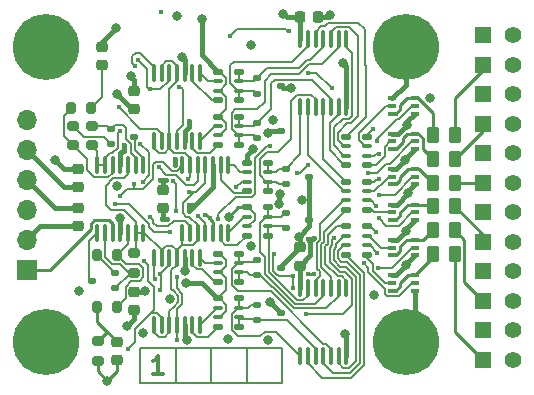
<source format=gtl>
G04 #@! TF.GenerationSoftware,KiCad,Pcbnew,7.0.9-69-ge1c0bddff3*
G04 #@! TF.CreationDate,2024-02-19T10:17:23+01:00*
G04 #@! TF.ProjectId,ASP_Display,4153505f-4469-4737-906c-61792e6b6963,rev?*
G04 #@! TF.SameCoordinates,Original*
G04 #@! TF.FileFunction,Copper,L1,Top*
G04 #@! TF.FilePolarity,Positive*
%FSLAX46Y46*%
G04 Gerber Fmt 4.6, Leading zero omitted, Abs format (unit mm)*
G04 Created by KiCad (PCBNEW 7.0.9-69-ge1c0bddff3) date 2024-02-19 10:17:23*
%MOMM*%
%LPD*%
G01*
G04 APERTURE LIST*
G04 Aperture macros list*
%AMRoundRect*
0 Rectangle with rounded corners*
0 $1 Rounding radius*
0 $2 $3 $4 $5 $6 $7 $8 $9 X,Y pos of 4 corners*
0 Add a 4 corners polygon primitive as box body*
4,1,4,$2,$3,$4,$5,$6,$7,$8,$9,$2,$3,0*
0 Add four circle primitives for the rounded corners*
1,1,$1+$1,$2,$3*
1,1,$1+$1,$4,$5*
1,1,$1+$1,$6,$7*
1,1,$1+$1,$8,$9*
0 Add four rect primitives between the rounded corners*
20,1,$1+$1,$2,$3,$4,$5,0*
20,1,$1+$1,$4,$5,$6,$7,0*
20,1,$1+$1,$6,$7,$8,$9,0*
20,1,$1+$1,$8,$9,$2,$3,0*%
G04 Aperture macros list end*
G04 #@! TA.AperFunction,NonConductor*
%ADD10C,0.200000*%
G04 #@! TD*
%ADD11C,0.300000*%
G04 #@! TA.AperFunction,NonConductor*
%ADD12C,0.300000*%
G04 #@! TD*
G04 #@! TA.AperFunction,ComponentPad*
%ADD13C,5.600000*%
G04 #@! TD*
G04 #@! TA.AperFunction,SMDPad,CuDef*
%ADD14RoundRect,0.200000X-0.275000X0.200000X-0.275000X-0.200000X0.275000X-0.200000X0.275000X0.200000X0*%
G04 #@! TD*
G04 #@! TA.AperFunction,SMDPad,CuDef*
%ADD15RoundRect,0.112500X-0.237500X0.112500X-0.237500X-0.112500X0.237500X-0.112500X0.237500X0.112500X0*%
G04 #@! TD*
G04 #@! TA.AperFunction,SMDPad,CuDef*
%ADD16RoundRect,0.225000X0.250000X-0.225000X0.250000X0.225000X-0.250000X0.225000X-0.250000X-0.225000X0*%
G04 #@! TD*
G04 #@! TA.AperFunction,SMDPad,CuDef*
%ADD17RoundRect,0.100000X0.100000X-0.637500X0.100000X0.637500X-0.100000X0.637500X-0.100000X-0.637500X0*%
G04 #@! TD*
G04 #@! TA.AperFunction,SMDPad,CuDef*
%ADD18RoundRect,0.225000X-0.250000X0.225000X-0.250000X-0.225000X0.250000X-0.225000X0.250000X0.225000X0*%
G04 #@! TD*
G04 #@! TA.AperFunction,SMDPad,CuDef*
%ADD19RoundRect,0.125000X-0.275000X-0.125000X0.275000X-0.125000X0.275000X0.125000X-0.275000X0.125000X0*%
G04 #@! TD*
G04 #@! TA.AperFunction,SMDPad,CuDef*
%ADD20RoundRect,0.100000X-0.300000X-0.100000X0.300000X-0.100000X0.300000X0.100000X-0.300000X0.100000X0*%
G04 #@! TD*
G04 #@! TA.AperFunction,ComponentPad*
%ADD21R,1.400000X1.400000*%
G04 #@! TD*
G04 #@! TA.AperFunction,ComponentPad*
%ADD22C,1.400000*%
G04 #@! TD*
G04 #@! TA.AperFunction,SMDPad,CuDef*
%ADD23RoundRect,0.100000X-0.100000X0.637500X-0.100000X-0.637500X0.100000X-0.637500X0.100000X0.637500X0*%
G04 #@! TD*
G04 #@! TA.AperFunction,SMDPad,CuDef*
%ADD24RoundRect,0.100000X-0.225000X-0.100000X0.225000X-0.100000X0.225000X0.100000X-0.225000X0.100000X0*%
G04 #@! TD*
G04 #@! TA.AperFunction,SMDPad,CuDef*
%ADD25RoundRect,0.250000X0.262500X0.450000X-0.262500X0.450000X-0.262500X-0.450000X0.262500X-0.450000X0*%
G04 #@! TD*
G04 #@! TA.AperFunction,SMDPad,CuDef*
%ADD26RoundRect,0.200000X0.275000X-0.200000X0.275000X0.200000X-0.275000X0.200000X-0.275000X-0.200000X0*%
G04 #@! TD*
G04 #@! TA.AperFunction,SMDPad,CuDef*
%ADD27RoundRect,0.200000X0.200000X0.275000X-0.200000X0.275000X-0.200000X-0.275000X0.200000X-0.275000X0*%
G04 #@! TD*
G04 #@! TA.AperFunction,SMDPad,CuDef*
%ADD28RoundRect,0.200000X-0.200000X-0.275000X0.200000X-0.275000X0.200000X0.275000X-0.200000X0.275000X0*%
G04 #@! TD*
G04 #@! TA.AperFunction,SMDPad,CuDef*
%ADD29RoundRect,0.225000X-0.225000X-0.250000X0.225000X-0.250000X0.225000X0.250000X-0.225000X0.250000X0*%
G04 #@! TD*
G04 #@! TA.AperFunction,ComponentPad*
%ADD30R,1.700000X1.700000*%
G04 #@! TD*
G04 #@! TA.AperFunction,ComponentPad*
%ADD31O,1.700000X1.700000*%
G04 #@! TD*
G04 #@! TA.AperFunction,SMDPad,CuDef*
%ADD32RoundRect,0.112500X0.237500X-0.112500X0.237500X0.112500X-0.237500X0.112500X-0.237500X-0.112500X0*%
G04 #@! TD*
G04 #@! TA.AperFunction,ViaPad*
%ADD33C,0.800000*%
G04 #@! TD*
G04 #@! TA.AperFunction,ViaPad*
%ADD34C,0.400000*%
G04 #@! TD*
G04 #@! TA.AperFunction,Conductor*
%ADD35C,0.250000*%
G04 #@! TD*
G04 #@! TA.AperFunction,Conductor*
%ADD36C,0.400000*%
G04 #@! TD*
G04 #@! TA.AperFunction,Conductor*
%ADD37C,0.150000*%
G04 #@! TD*
G04 APERTURE END LIST*
D10*
X232500000Y-115000000D02*
X235500000Y-115000000D01*
X235500000Y-118000000D01*
X232500000Y-118000000D01*
X232500000Y-115000000D01*
X238500000Y-115000000D02*
X241500000Y-115000000D01*
X241500000Y-118000000D01*
X238500000Y-118000000D01*
X238500000Y-115000000D01*
X241500000Y-115000000D02*
X244500000Y-115000000D01*
X244500000Y-118000000D01*
X241500000Y-118000000D01*
X241500000Y-115000000D01*
X235500000Y-115000000D02*
X238500000Y-115000000D01*
X238500000Y-118000000D01*
X235500000Y-118000000D01*
X235500000Y-115000000D01*
D11*
D12*
X234428572Y-117178328D02*
X233571429Y-117178328D01*
X234000000Y-117178328D02*
X234000000Y-115678328D01*
X234000000Y-115678328D02*
X233857143Y-115892614D01*
X233857143Y-115892614D02*
X233714286Y-116035471D01*
X233714286Y-116035471D02*
X233571429Y-116106900D01*
D13*
G04 #@! TO.P,REF\u002A\u002A,1*
G04 #@! TO.N,GND*
X224500000Y-114500000D03*
G04 #@! TD*
G04 #@! TO.P,REF\u002A\u002A,1*
G04 #@! TO.N,GND*
X255000000Y-114500000D03*
G04 #@! TD*
G04 #@! TO.P,REF\u002A\u002A,1*
G04 #@! TO.N,GND*
X255000000Y-89500000D03*
G04 #@! TD*
G04 #@! TO.P,REF\u002A\u002A,1*
G04 #@! TO.N,GND*
X224500000Y-89500000D03*
G04 #@! TD*
D14*
G04 #@! TO.P,R34,1*
G04 #@! TO.N,Net-(C12-Pad2)*
X228900000Y-114425000D03*
G04 #@! TO.P,R34,2*
G04 #@! TO.N,GND*
X228900000Y-116075000D03*
G04 #@! TD*
D15*
G04 #@! TO.P,D22,1,K1*
G04 #@! TO.N,Net-(D22-K1)*
X244800000Y-99850000D03*
G04 #@! TO.P,D22,2,K2*
G04 #@! TO.N,Net-(D22-K2)*
X244800000Y-101150000D03*
G04 #@! TO.P,D22,3,A*
G04 #@! TO.N,GND*
X246800000Y-100500000D03*
G04 #@! TD*
D16*
G04 #@! TO.P,C12,1*
G04 #@! TO.N,GND*
X230500000Y-116025000D03*
G04 #@! TO.P,C12,2*
G04 #@! TO.N,Net-(C12-Pad2)*
X230500000Y-114475000D03*
G04 #@! TD*
G04 #@! TO.P,C15,1*
G04 #@! TO.N,VEE*
X232000000Y-111775000D03*
G04 #@! TO.P,C15,2*
G04 #@! TO.N,VCC*
X232000000Y-110225000D03*
G04 #@! TD*
D17*
G04 #@! TO.P,U3,1*
G04 #@! TO.N,Net-(D1-C)*
X228850000Y-105262500D03*
G04 #@! TO.P,U3,2,-*
G04 #@! TO.N,Net-(D1-A)*
X229500000Y-105262500D03*
G04 #@! TO.P,U3,3,+*
G04 #@! TO.N,Net-(J1-Pin_1)*
X230150000Y-105262500D03*
G04 #@! TO.P,U3,4,V+*
G04 #@! TO.N,VCC*
X230800000Y-105262500D03*
G04 #@! TO.P,U3,5,+*
G04 #@! TO.N,Net-(U3B-+)*
X231450000Y-105262500D03*
G04 #@! TO.P,U3,6,-*
G04 #@! TO.N,Net-(U10A--)*
X232100000Y-105262500D03*
G04 #@! TO.P,U3,7*
X232750000Y-105262500D03*
G04 #@! TO.P,U3,8*
G04 #@! TO.N,Net-(D2-C)*
X232750000Y-99537500D03*
G04 #@! TO.P,U3,9,-*
G04 #@! TO.N,Net-(D2-A)*
X232100000Y-99537500D03*
G04 #@! TO.P,U3,10,+*
G04 #@! TO.N,Net-(U10A--)*
X231450000Y-99537500D03*
G04 #@! TO.P,U3,11,V-*
G04 #@! TO.N,VEE*
X230800000Y-99537500D03*
G04 #@! TO.P,U3,12,+*
G04 #@! TO.N,Net-(U3D-+)*
X230150000Y-99537500D03*
G04 #@! TO.P,U3,13,-*
G04 #@! TO.N,Net-(U3D--)*
X229500000Y-99537500D03*
G04 #@! TO.P,U3,14*
X228850000Y-99537500D03*
G04 #@! TD*
D18*
G04 #@! TO.P,C11,1*
G04 #@! TO.N,GND*
X229300000Y-89525000D03*
G04 #@! TO.P,C11,2*
G04 #@! TO.N,Net-(C11-Pad2)*
X229300000Y-91075000D03*
G04 #@! TD*
D19*
G04 #@! TO.P,RN16,1,R1.1*
G04 #@! TO.N,Net-(RN16-R1.1)*
X249900000Y-104700000D03*
D20*
G04 #@! TO.P,RN16,2,R2.1*
G04 #@! TO.N,Net-(RN16-R2.1)*
X249900000Y-105500000D03*
G04 #@! TO.P,RN16,3,R3.1*
G04 #@! TO.N,Net-(RN16-R3.1)*
X249900000Y-106300000D03*
D19*
G04 #@! TO.P,RN16,4,R4.1*
G04 #@! TO.N,Net-(RN16-R4.1)*
X249900000Y-107100000D03*
G04 #@! TO.P,RN16,5,R4.2*
G04 #@! TO.N,/F.1*
X251700000Y-107100000D03*
D20*
G04 #@! TO.P,RN16,6,R3.2*
G04 #@! TO.N,/F.2*
X251700000Y-106300000D03*
G04 #@! TO.P,RN16,7,R2.2*
G04 #@! TO.N,/F.3*
X251700000Y-105500000D03*
D19*
G04 #@! TO.P,RN16,8,R1.2*
G04 #@! TO.N,/F.4*
X251700000Y-104700000D03*
G04 #@! TD*
D17*
G04 #@! TO.P,U1,1*
G04 #@! TO.N,Net-(D19-K1)*
X246050000Y-115662500D03*
G04 #@! TO.P,U1,2*
G04 #@! TO.N,Net-(RN16-R4.1)*
X246700000Y-115662500D03*
G04 #@! TO.P,U1,3*
G04 #@! TO.N,Net-(D19-K2)*
X247350000Y-115662500D03*
G04 #@! TO.P,U1,4*
G04 #@! TO.N,Net-(RN16-R3.1)*
X248000000Y-115662500D03*
G04 #@! TO.P,U1,5*
G04 #@! TO.N,Net-(D20-K1)*
X248650000Y-115662500D03*
G04 #@! TO.P,U1,6*
G04 #@! TO.N,Net-(RN16-R2.1)*
X249300000Y-115662500D03*
G04 #@! TO.P,U1,7,GND*
G04 #@! TO.N,GND*
X249950000Y-115662500D03*
G04 #@! TO.P,U1,8*
G04 #@! TO.N,Net-(RN16-R1.1)*
X249950000Y-109937500D03*
G04 #@! TO.P,U1,9*
G04 #@! TO.N,Net-(D20-K2)*
X249300000Y-109937500D03*
G04 #@! TO.P,U1,10*
G04 #@! TO.N,Net-(RN17-R4.1)*
X248650000Y-109937500D03*
G04 #@! TO.P,U1,11*
G04 #@! TO.N,Net-(D21-K1)*
X248000000Y-109937500D03*
G04 #@! TO.P,U1,12*
G04 #@! TO.N,Net-(RN17-R3.1)*
X247350000Y-109937500D03*
G04 #@! TO.P,U1,13*
G04 #@! TO.N,Net-(D21-K2)*
X246700000Y-109937500D03*
G04 #@! TO.P,U1,14,VCC*
G04 #@! TO.N,+5V*
X246050000Y-109937500D03*
G04 #@! TD*
D21*
G04 #@! TO.P,D16,1,K*
G04 #@! TO.N,Net-(D16-K)*
X261500000Y-98500000D03*
D22*
G04 #@! TO.P,D16,2,A*
G04 #@! TO.N,+5V*
X264040000Y-98500000D03*
G04 #@! TD*
D21*
G04 #@! TO.P,D14,1,K*
G04 #@! TO.N,Net-(D14-K)*
X261500000Y-103500000D03*
D22*
G04 #@! TO.P,D14,2,A*
G04 #@! TO.N,+5V*
X264040000Y-103500000D03*
G04 #@! TD*
D23*
G04 #@! TO.P,U11,1*
G04 #@! TO.N,Net-(RN13-R2.1)*
X239950000Y-99537500D03*
G04 #@! TO.P,U11,2*
G04 #@! TO.N,Net-(RN13-R4.1)*
X239300000Y-99537500D03*
G04 #@! TO.P,U11,3,V+*
G04 #@! TO.N,VCC*
X238650000Y-99537500D03*
G04 #@! TO.P,U11,4,-*
G04 #@! TO.N,Net-(U10A--)*
X238000000Y-99537500D03*
G04 #@! TO.P,U11,5,+*
G04 #@! TO.N,Net-(U11B-+)*
X237350000Y-99537500D03*
G04 #@! TO.P,U11,6,-*
G04 #@! TO.N,Net-(U10A--)*
X236700000Y-99537500D03*
G04 #@! TO.P,U11,7,+*
G04 #@! TO.N,Net-(U11A-+)*
X236050000Y-99537500D03*
G04 #@! TO.P,U11,8,-*
G04 #@! TO.N,Net-(U10A--)*
X236050000Y-105262500D03*
G04 #@! TO.P,U11,9,+*
G04 #@! TO.N,Net-(U11C-+)*
X236700000Y-105262500D03*
G04 #@! TO.P,U11,10,-*
G04 #@! TO.N,Net-(U10A--)*
X237350000Y-105262500D03*
G04 #@! TO.P,U11,11,+*
G04 #@! TO.N,Net-(U11D-+)*
X238000000Y-105262500D03*
G04 #@! TO.P,U11,12,V-*
G04 #@! TO.N,VEE*
X238650000Y-105262500D03*
G04 #@! TO.P,U11,13*
G04 #@! TO.N,Net-(RN12-R4.1)*
X239300000Y-105262500D03*
G04 #@! TO.P,U11,14*
G04 #@! TO.N,Net-(RN12-R2.1)*
X239950000Y-105262500D03*
G04 #@! TD*
D24*
G04 #@! TO.P,Q2,1,E1*
G04 #@! TO.N,GND*
X253850000Y-108850000D03*
G04 #@! TO.P,Q2,2,B1*
G04 #@! TO.N,/F.1*
X253850000Y-109500000D03*
G04 #@! TO.P,Q2,3,C2*
G04 #@! TO.N,Net-(Q2-C1)*
X253850000Y-110150000D03*
G04 #@! TO.P,Q2,4,E2*
G04 #@! TO.N,GND*
X255750000Y-110150000D03*
G04 #@! TO.P,Q2,5,B2*
G04 #@! TO.N,/S.1*
X255750000Y-109500000D03*
G04 #@! TO.P,Q2,6,C1*
G04 #@! TO.N,Net-(Q2-C1)*
X255750000Y-108850000D03*
G04 #@! TD*
D15*
G04 #@! TO.P,D20,1,K1*
G04 #@! TO.N,Net-(D20-K1)*
X242400000Y-107550000D03*
G04 #@! TO.P,D20,2,K2*
G04 #@! TO.N,Net-(D20-K2)*
X242400000Y-108850000D03*
G04 #@! TO.P,D20,3,A*
G04 #@! TO.N,GND*
X244400000Y-108200000D03*
G04 #@! TD*
D24*
G04 #@! TO.P,Q10,1,E1*
G04 #@! TO.N,GND*
X253850000Y-96850000D03*
G04 #@! TO.P,Q10,2,B1*
G04 #@! TO.N,/F.9*
X253850000Y-97500000D03*
G04 #@! TO.P,Q10,3,C2*
G04 #@! TO.N,Net-(Q10-C1)*
X253850000Y-98150000D03*
G04 #@! TO.P,Q10,4,E2*
G04 #@! TO.N,GND*
X255750000Y-98150000D03*
G04 #@! TO.P,Q10,5,B2*
G04 #@! TO.N,/S.9*
X255750000Y-97500000D03*
G04 #@! TO.P,Q10,6,C1*
G04 #@! TO.N,Net-(Q10-C1)*
X255750000Y-96850000D03*
G04 #@! TD*
D23*
G04 #@! TO.P,U10,1*
G04 #@! TO.N,Net-(RN11-R2.1)*
X237550000Y-107337500D03*
G04 #@! TO.P,U10,2*
G04 #@! TO.N,Net-(RN11-R4.1)*
X236900000Y-107337500D03*
G04 #@! TO.P,U10,3,V+*
G04 #@! TO.N,VCC*
X236250000Y-107337500D03*
G04 #@! TO.P,U10,4,-*
G04 #@! TO.N,Net-(U10A--)*
X235600000Y-107337500D03*
G04 #@! TO.P,U10,5,+*
G04 #@! TO.N,Net-(U10B-+)*
X234950000Y-107337500D03*
G04 #@! TO.P,U10,6,-*
G04 #@! TO.N,Net-(U10A--)*
X234300000Y-107337500D03*
G04 #@! TO.P,U10,7,+*
G04 #@! TO.N,Net-(U10A-+)*
X233650000Y-107337500D03*
G04 #@! TO.P,U10,8,-*
G04 #@! TO.N,Net-(U10A--)*
X233650000Y-113062500D03*
G04 #@! TO.P,U10,9,+*
G04 #@! TO.N,Net-(U10C-+)*
X234300000Y-113062500D03*
G04 #@! TO.P,U10,10,-*
G04 #@! TO.N,Net-(U10A--)*
X234950000Y-113062500D03*
G04 #@! TO.P,U10,11,+*
G04 #@! TO.N,Net-(U10D-+)*
X235600000Y-113062500D03*
G04 #@! TO.P,U10,12,V-*
G04 #@! TO.N,VEE*
X236250000Y-113062500D03*
G04 #@! TO.P,U10,13*
G04 #@! TO.N,Net-(RN10-R4.1)*
X236900000Y-113062500D03*
G04 #@! TO.P,U10,14*
G04 #@! TO.N,Net-(RN10-R2.1)*
X237550000Y-113062500D03*
G04 #@! TD*
D25*
G04 #@! TO.P,R13,1*
G04 #@! TO.N,Net-(D13-K)*
X259112500Y-103000000D03*
G04 #@! TO.P,R13,2*
G04 #@! TO.N,Net-(Q6-C1)*
X257287500Y-103000000D03*
G04 #@! TD*
D26*
G04 #@! TO.P,R4,1*
G04 #@! TO.N,Net-(D1-A)*
X232000000Y-108625000D03*
G04 #@! TO.P,R4,2*
G04 #@! TO.N,Net-(U10A--)*
X232000000Y-106975000D03*
G04 #@! TD*
D24*
G04 #@! TO.P,Q8,1,E1*
G04 #@! TO.N,GND*
X253850000Y-99850000D03*
G04 #@! TO.P,Q8,2,B1*
G04 #@! TO.N,/F.7*
X253850000Y-100500000D03*
G04 #@! TO.P,Q8,3,C2*
G04 #@! TO.N,Net-(Q8-C1)*
X253850000Y-101150000D03*
G04 #@! TO.P,Q8,4,E2*
G04 #@! TO.N,GND*
X255750000Y-101150000D03*
G04 #@! TO.P,Q8,5,B2*
G04 #@! TO.N,/S.7*
X255750000Y-100500000D03*
G04 #@! TO.P,Q8,6,C1*
G04 #@! TO.N,Net-(Q8-C1)*
X255750000Y-99850000D03*
G04 #@! TD*
D21*
G04 #@! TO.P,D3,1,K*
G04 #@! TO.N,Net-(D3-K)*
X261500000Y-116000000D03*
D22*
G04 #@! TO.P,D3,2,A*
G04 #@! TO.N,+5V*
X264040000Y-116000000D03*
G04 #@! TD*
D16*
G04 #@! TO.P,C13,1*
G04 #@! TO.N,VEE*
X232000000Y-94775000D03*
G04 #@! TO.P,C13,2*
G04 #@! TO.N,VCC*
X232000000Y-93225000D03*
G04 #@! TD*
D14*
G04 #@! TO.P,R2,1*
G04 #@! TO.N,Net-(D2-K)*
X226800000Y-96175000D03*
G04 #@! TO.P,R2,2*
G04 #@! TO.N,Net-(U3D-+)*
X226800000Y-97825000D03*
G04 #@! TD*
D21*
G04 #@! TO.P,D25,1,K*
G04 #@! TO.N,Net-(D25-K)*
X261500000Y-91000000D03*
D22*
G04 #@! TO.P,D25,2,A*
G04 #@! TO.N,+5V*
X264040000Y-91000000D03*
G04 #@! TD*
D27*
G04 #@! TO.P,R6,1*
G04 #@! TO.N,Net-(U3B-+)*
X230525000Y-111500000D03*
G04 #@! TO.P,R6,2*
G04 #@! TO.N,Net-(C12-Pad2)*
X228875000Y-111500000D03*
G04 #@! TD*
D25*
G04 #@! TO.P,R8,1*
G04 #@! TO.N,Net-(D3-K)*
X259112500Y-107000000D03*
G04 #@! TO.P,R8,2*
G04 #@! TO.N,Net-(Q2-C1)*
X257287500Y-107000000D03*
G04 #@! TD*
D16*
G04 #@! TO.P,C14,1*
G04 #@! TO.N,VEE*
X234400000Y-103175000D03*
G04 #@! TO.P,C14,2*
G04 #@! TO.N,VCC*
X234400000Y-101625000D03*
G04 #@! TD*
D15*
G04 #@! TO.P,D2,1,A*
G04 #@! TO.N,Net-(D2-A)*
X230000000Y-96450000D03*
G04 #@! TO.P,D2,2,K*
G04 #@! TO.N,Net-(D2-K)*
X230000000Y-97750000D03*
G04 #@! TO.P,D2,3,C*
G04 #@! TO.N,Net-(D2-C)*
X232000000Y-97100000D03*
G04 #@! TD*
D21*
G04 #@! TO.P,D4,1,K*
G04 #@! TO.N,Net-(D4-K)*
X261500000Y-113500000D03*
D22*
G04 #@! TO.P,D4,2,A*
G04 #@! TO.N,+5V*
X264040000Y-113500000D03*
G04 #@! TD*
D15*
G04 #@! TO.P,D24,1,K1*
G04 #@! TO.N,Net-(D24-K1)*
X242400000Y-92150000D03*
G04 #@! TO.P,D24,2,K2*
G04 #@! TO.N,Net-(D24-K2)*
X242400000Y-93450000D03*
G04 #@! TO.P,D24,3,A*
G04 #@! TO.N,GND*
X244400000Y-92800000D03*
G04 #@! TD*
D25*
G04 #@! TO.P,R10,1*
G04 #@! TO.N,Net-(D5-K)*
X259112500Y-105000000D03*
G04 #@! TO.P,R10,2*
G04 #@! TO.N,Net-(Q4-C1)*
X257287500Y-105000000D03*
G04 #@! TD*
D19*
G04 #@! TO.P,RN15,1,R1.1*
G04 #@! TO.N,+5V*
X239100000Y-91600000D03*
D20*
G04 #@! TO.P,RN15,2,R2.1*
G04 #@! TO.N,Net-(RN15-R2.1)*
X239100000Y-92400000D03*
G04 #@! TO.P,RN15,3,R3.1*
G04 #@! TO.N,+5V*
X239100000Y-93200000D03*
D19*
G04 #@! TO.P,RN15,4,R4.1*
G04 #@! TO.N,Net-(RN15-R4.1)*
X239100000Y-94000000D03*
G04 #@! TO.P,RN15,5,R4.2*
G04 #@! TO.N,Net-(D24-K2)*
X240900000Y-94000000D03*
D20*
G04 #@! TO.P,RN15,6,R3.2*
X240900000Y-93200000D03*
G04 #@! TO.P,RN15,7,R2.2*
G04 #@! TO.N,Net-(D24-K1)*
X240900000Y-92400000D03*
D19*
G04 #@! TO.P,RN15,8,R1.2*
X240900000Y-91600000D03*
G04 #@! TD*
D23*
G04 #@! TO.P,U12,1*
G04 #@! TO.N,Net-(RN15-R2.1)*
X237550000Y-91737500D03*
G04 #@! TO.P,U12,2*
G04 #@! TO.N,Net-(RN15-R4.1)*
X236900000Y-91737500D03*
G04 #@! TO.P,U12,3,V+*
G04 #@! TO.N,VCC*
X236250000Y-91737500D03*
G04 #@! TO.P,U12,4,-*
G04 #@! TO.N,Net-(U10A--)*
X235600000Y-91737500D03*
G04 #@! TO.P,U12,5,+*
G04 #@! TO.N,Net-(U12B-+)*
X234950000Y-91737500D03*
G04 #@! TO.P,U12,6,-*
G04 #@! TO.N,Net-(U10A--)*
X234300000Y-91737500D03*
G04 #@! TO.P,U12,7,+*
G04 #@! TO.N,Net-(U12A-+)*
X233650000Y-91737500D03*
G04 #@! TO.P,U12,8,-*
G04 #@! TO.N,Net-(U10A--)*
X233650000Y-97462500D03*
G04 #@! TO.P,U12,9,+*
G04 #@! TO.N,Net-(U12C-+)*
X234300000Y-97462500D03*
G04 #@! TO.P,U12,10,-*
G04 #@! TO.N,Net-(U10A--)*
X234950000Y-97462500D03*
G04 #@! TO.P,U12,11,+*
G04 #@! TO.N,Net-(U12D-+)*
X235600000Y-97462500D03*
G04 #@! TO.P,U12,12,V-*
G04 #@! TO.N,VEE*
X236250000Y-97462500D03*
G04 #@! TO.P,U12,13*
G04 #@! TO.N,Net-(RN14-R4.1)*
X236900000Y-97462500D03*
G04 #@! TO.P,U12,14*
G04 #@! TO.N,Net-(RN14-R2.1)*
X237550000Y-97462500D03*
G04 #@! TD*
D18*
G04 #@! TO.P,C5,1*
G04 #@! TO.N,GND*
X227200000Y-99825000D03*
G04 #@! TO.P,C5,2*
G04 #@! TO.N,VEE*
X227200000Y-101375000D03*
G04 #@! TD*
D15*
G04 #@! TO.P,D21,1,K1*
G04 #@! TO.N,Net-(D21-K1)*
X244800000Y-103550000D03*
G04 #@! TO.P,D21,2,K2*
G04 #@! TO.N,Net-(D21-K2)*
X244800000Y-104850000D03*
G04 #@! TO.P,D21,3,A*
G04 #@! TO.N,GND*
X246800000Y-104200000D03*
G04 #@! TD*
D19*
G04 #@! TO.P,RN18,1,R1.1*
G04 #@! TO.N,Net-(RN18-R1.1)*
X249900000Y-97100000D03*
D20*
G04 #@! TO.P,RN18,2,R2.1*
G04 #@! TO.N,Net-(RN18-R2.1)*
X249900000Y-97900000D03*
G04 #@! TO.P,RN18,3,R3.1*
G04 #@! TO.N,Net-(RN18-R3.1)*
X249900000Y-98700000D03*
D19*
G04 #@! TO.P,RN18,4,R4.1*
G04 #@! TO.N,Net-(RN18-R4.1)*
X249900000Y-99500000D03*
G04 #@! TO.P,RN18,5,R4.2*
G04 #@! TO.N,/F.9*
X251700000Y-99500000D03*
D20*
G04 #@! TO.P,RN18,6,R3.2*
G04 #@! TO.N,/F.10*
X251700000Y-98700000D03*
G04 #@! TO.P,RN18,7,R2.2*
G04 #@! TO.N,/F.11*
X251700000Y-97900000D03*
D19*
G04 #@! TO.P,RN18,8,R1.2*
G04 #@! TO.N,/F.12*
X251700000Y-97100000D03*
G04 #@! TD*
D25*
G04 #@! TO.P,R30,1*
G04 #@! TO.N,Net-(D17-K)*
X259112500Y-99000000D03*
G04 #@! TO.P,R30,2*
G04 #@! TO.N,Net-(Q10-C1)*
X257287500Y-99000000D03*
G04 #@! TD*
D28*
G04 #@! TO.P,R5,1*
G04 #@! TO.N,Net-(U3D-+)*
X226675000Y-94700000D03*
G04 #@! TO.P,R5,2*
G04 #@! TO.N,Net-(C11-Pad2)*
X228325000Y-94700000D03*
G04 #@! TD*
D24*
G04 #@! TO.P,Q6,1,E1*
G04 #@! TO.N,GND*
X253850000Y-102850000D03*
G04 #@! TO.P,Q6,2,B1*
G04 #@! TO.N,/F.5*
X253850000Y-103500000D03*
G04 #@! TO.P,Q6,3,C2*
G04 #@! TO.N,Net-(Q6-C1)*
X253850000Y-104150000D03*
G04 #@! TO.P,Q6,4,E2*
G04 #@! TO.N,GND*
X255750000Y-104150000D03*
G04 #@! TO.P,Q6,5,B2*
G04 #@! TO.N,/S.5*
X255750000Y-103500000D03*
G04 #@! TO.P,Q6,6,C1*
G04 #@! TO.N,Net-(Q6-C1)*
X255750000Y-102850000D03*
G04 #@! TD*
G04 #@! TO.P,Q4,1,E1*
G04 #@! TO.N,GND*
X253850000Y-105850000D03*
G04 #@! TO.P,Q4,2,B1*
G04 #@! TO.N,/F.3*
X253850000Y-106500000D03*
G04 #@! TO.P,Q4,3,C2*
G04 #@! TO.N,Net-(Q4-C1)*
X253850000Y-107150000D03*
G04 #@! TO.P,Q4,4,E2*
G04 #@! TO.N,GND*
X255750000Y-107150000D03*
G04 #@! TO.P,Q4,5,B2*
G04 #@! TO.N,/S.3*
X255750000Y-106500000D03*
G04 #@! TO.P,Q4,6,C1*
G04 #@! TO.N,Net-(Q4-C1)*
X255750000Y-105850000D03*
G04 #@! TD*
D21*
G04 #@! TO.P,D17,1,K*
G04 #@! TO.N,Net-(D17-K)*
X261500000Y-96000000D03*
D22*
G04 #@! TO.P,D17,2,A*
G04 #@! TO.N,+5V*
X264040000Y-96000000D03*
G04 #@! TD*
D29*
G04 #@! TO.P,C7,1*
G04 #@! TO.N,+5V*
X246025000Y-87000000D03*
G04 #@! TO.P,C7,2*
G04 #@! TO.N,GND*
X247575000Y-87000000D03*
G04 #@! TD*
D15*
G04 #@! TO.P,D23,1,K1*
G04 #@! TO.N,Net-(D23-K1)*
X242400000Y-95950000D03*
G04 #@! TO.P,D23,2,K2*
G04 #@! TO.N,Net-(D23-K2)*
X242400000Y-97250000D03*
G04 #@! TO.P,D23,3,A*
G04 #@! TO.N,GND*
X244400000Y-96600000D03*
G04 #@! TD*
G04 #@! TO.P,D19,1,K1*
G04 #@! TO.N,Net-(D19-K1)*
X242400000Y-111350000D03*
G04 #@! TO.P,D19,2,K2*
G04 #@! TO.N,Net-(D19-K2)*
X242400000Y-112650000D03*
G04 #@! TO.P,D19,3,A*
G04 #@! TO.N,GND*
X244400000Y-112000000D03*
G04 #@! TD*
D21*
G04 #@! TO.P,D13,1,K*
G04 #@! TO.N,Net-(D13-K)*
X261500000Y-106000000D03*
D22*
G04 #@! TO.P,D13,2,A*
G04 #@! TO.N,+5V*
X264040000Y-106000000D03*
G04 #@! TD*
D19*
G04 #@! TO.P,RN17,1,R1.1*
G04 #@! TO.N,Net-(RN17-R1.1)*
X249900000Y-100900000D03*
D20*
G04 #@! TO.P,RN17,2,R2.1*
G04 #@! TO.N,Net-(RN17-R2.1)*
X249900000Y-101700000D03*
G04 #@! TO.P,RN17,3,R3.1*
G04 #@! TO.N,Net-(RN17-R3.1)*
X249900000Y-102500000D03*
D19*
G04 #@! TO.P,RN17,4,R4.1*
G04 #@! TO.N,Net-(RN17-R4.1)*
X249900000Y-103300000D03*
G04 #@! TO.P,RN17,5,R4.2*
G04 #@! TO.N,/F.5*
X251700000Y-103300000D03*
D20*
G04 #@! TO.P,RN17,6,R3.2*
G04 #@! TO.N,/F.6*
X251700000Y-102500000D03*
G04 #@! TO.P,RN17,7,R2.2*
G04 #@! TO.N,/F.7*
X251700000Y-101700000D03*
D19*
G04 #@! TO.P,RN17,8,R1.2*
G04 #@! TO.N,/F.8*
X251700000Y-100900000D03*
G04 #@! TD*
D21*
G04 #@! TO.P,D6,1,K*
G04 #@! TO.N,Net-(D6-K)*
X261500000Y-108500000D03*
D22*
G04 #@! TO.P,D6,2,A*
G04 #@! TO.N,+5V*
X264040000Y-108500000D03*
G04 #@! TD*
D16*
G04 #@! TO.P,C4,1*
G04 #@! TO.N,GND*
X227200000Y-104675000D03*
G04 #@! TO.P,C4,2*
G04 #@! TO.N,VCC*
X227200000Y-103125000D03*
G04 #@! TD*
D19*
G04 #@! TO.P,RN14,1,R1.1*
G04 #@! TO.N,+5V*
X239100000Y-95400000D03*
D20*
G04 #@! TO.P,RN14,2,R2.1*
G04 #@! TO.N,Net-(RN14-R2.1)*
X239100000Y-96200000D03*
G04 #@! TO.P,RN14,3,R3.1*
G04 #@! TO.N,+5V*
X239100000Y-97000000D03*
D19*
G04 #@! TO.P,RN14,4,R4.1*
G04 #@! TO.N,Net-(RN14-R4.1)*
X239100000Y-97800000D03*
G04 #@! TO.P,RN14,5,R4.2*
G04 #@! TO.N,Net-(D23-K2)*
X240900000Y-97800000D03*
D20*
G04 #@! TO.P,RN14,6,R3.2*
X240900000Y-97000000D03*
G04 #@! TO.P,RN14,7,R2.2*
G04 #@! TO.N,Net-(D23-K1)*
X240900000Y-96200000D03*
D19*
G04 #@! TO.P,RN14,8,R1.2*
X240900000Y-95400000D03*
G04 #@! TD*
D25*
G04 #@! TO.P,R15,1*
G04 #@! TO.N,Net-(D15-K)*
X259112500Y-101000000D03*
G04 #@! TO.P,R15,2*
G04 #@! TO.N,Net-(Q8-C1)*
X257287500Y-101000000D03*
G04 #@! TD*
D28*
G04 #@! TO.P,R1,1*
G04 #@! TO.N,Net-(D1-K)*
X228875000Y-107100000D03*
G04 #@! TO.P,R1,2*
G04 #@! TO.N,Net-(U3B-+)*
X230525000Y-107100000D03*
G04 #@! TD*
D21*
G04 #@! TO.P,D18,1,K*
G04 #@! TO.N,Net-(D18-K)*
X261500000Y-93500000D03*
D22*
G04 #@! TO.P,D18,2,A*
G04 #@! TO.N,+5V*
X264040000Y-93500000D03*
G04 #@! TD*
D19*
G04 #@! TO.P,RN13,1,R1.1*
G04 #@! TO.N,+5V*
X241500000Y-99300000D03*
D20*
G04 #@! TO.P,RN13,2,R2.1*
G04 #@! TO.N,Net-(RN13-R2.1)*
X241500000Y-100100000D03*
G04 #@! TO.P,RN13,3,R3.1*
G04 #@! TO.N,+5V*
X241500000Y-100900000D03*
D19*
G04 #@! TO.P,RN13,4,R4.1*
G04 #@! TO.N,Net-(RN13-R4.1)*
X241500000Y-101700000D03*
G04 #@! TO.P,RN13,5,R4.2*
G04 #@! TO.N,Net-(D22-K2)*
X243300000Y-101700000D03*
D20*
G04 #@! TO.P,RN13,6,R3.2*
X243300000Y-100900000D03*
G04 #@! TO.P,RN13,7,R2.2*
G04 #@! TO.N,Net-(D22-K1)*
X243300000Y-100100000D03*
D19*
G04 #@! TO.P,RN13,8,R1.2*
X243300000Y-99300000D03*
G04 #@! TD*
G04 #@! TO.P,RN10,1,R1.1*
G04 #@! TO.N,+5V*
X239100000Y-110800000D03*
D20*
G04 #@! TO.P,RN10,2,R2.1*
G04 #@! TO.N,Net-(RN10-R2.1)*
X239100000Y-111600000D03*
G04 #@! TO.P,RN10,3,R3.1*
G04 #@! TO.N,+5V*
X239100000Y-112400000D03*
D19*
G04 #@! TO.P,RN10,4,R4.1*
G04 #@! TO.N,Net-(RN10-R4.1)*
X239100000Y-113200000D03*
G04 #@! TO.P,RN10,5,R4.2*
G04 #@! TO.N,Net-(D19-K2)*
X240900000Y-113200000D03*
D20*
G04 #@! TO.P,RN10,6,R3.2*
X240900000Y-112400000D03*
G04 #@! TO.P,RN10,7,R2.2*
G04 #@! TO.N,Net-(D19-K1)*
X240900000Y-111600000D03*
D19*
G04 #@! TO.P,RN10,8,R1.2*
X240900000Y-110800000D03*
G04 #@! TD*
G04 #@! TO.P,RN11,1,R1.1*
G04 #@! TO.N,+5V*
X239100000Y-107000000D03*
D20*
G04 #@! TO.P,RN11,2,R2.1*
G04 #@! TO.N,Net-(RN11-R2.1)*
X239100000Y-107800000D03*
G04 #@! TO.P,RN11,3,R3.1*
G04 #@! TO.N,+5V*
X239100000Y-108600000D03*
D19*
G04 #@! TO.P,RN11,4,R4.1*
G04 #@! TO.N,Net-(RN11-R4.1)*
X239100000Y-109400000D03*
G04 #@! TO.P,RN11,5,R4.2*
G04 #@! TO.N,Net-(D20-K2)*
X240900000Y-109400000D03*
D20*
G04 #@! TO.P,RN11,6,R3.2*
X240900000Y-108600000D03*
G04 #@! TO.P,RN11,7,R2.2*
G04 #@! TO.N,Net-(D20-K1)*
X240900000Y-107800000D03*
D19*
G04 #@! TO.P,RN11,8,R1.2*
X240900000Y-107000000D03*
G04 #@! TD*
D21*
G04 #@! TO.P,D26,1,K*
G04 #@! TO.N,Net-(D26-K)*
X261500000Y-88500000D03*
D22*
G04 #@! TO.P,D26,2,A*
G04 #@! TO.N,+5V*
X264040000Y-88500000D03*
G04 #@! TD*
D30*
G04 #@! TO.P,J1,1,Pin_1*
G04 #@! TO.N,Net-(J1-Pin_1)*
X222875000Y-108350000D03*
D31*
G04 #@! TO.P,J1,2,Pin_2*
G04 #@! TO.N,GND*
X222875000Y-105810000D03*
G04 #@! TO.P,J1,3,Pin_3*
G04 #@! TO.N,unconnected-(J1-Pin_3-Pad3)*
X222875000Y-103270000D03*
G04 #@! TO.P,J1,4,Pin_4*
G04 #@! TO.N,VCC*
X222875000Y-100730000D03*
G04 #@! TO.P,J1,5,Pin_5*
G04 #@! TO.N,VEE*
X222875000Y-98190000D03*
G04 #@! TO.P,J1,6,Pin_6*
G04 #@! TO.N,+5V*
X222875000Y-95650000D03*
G04 #@! TD*
D14*
G04 #@! TO.P,R3,1*
G04 #@! TO.N,Net-(D2-A)*
X228400000Y-96175000D03*
G04 #@! TO.P,R3,2*
G04 #@! TO.N,Net-(U3D--)*
X228400000Y-97825000D03*
G04 #@! TD*
D19*
G04 #@! TO.P,RN12,1,R1.1*
G04 #@! TO.N,+5V*
X241500000Y-103100000D03*
D20*
G04 #@! TO.P,RN12,2,R2.1*
G04 #@! TO.N,Net-(RN12-R2.1)*
X241500000Y-103900000D03*
G04 #@! TO.P,RN12,3,R3.1*
G04 #@! TO.N,+5V*
X241500000Y-104700000D03*
D19*
G04 #@! TO.P,RN12,4,R4.1*
G04 #@! TO.N,Net-(RN12-R4.1)*
X241500000Y-105500000D03*
G04 #@! TO.P,RN12,5,R4.2*
G04 #@! TO.N,Net-(D21-K2)*
X243300000Y-105500000D03*
D20*
G04 #@! TO.P,RN12,6,R3.2*
X243300000Y-104700000D03*
G04 #@! TO.P,RN12,7,R2.2*
G04 #@! TO.N,Net-(D21-K1)*
X243300000Y-103900000D03*
D19*
G04 #@! TO.P,RN12,8,R1.2*
X243300000Y-103100000D03*
G04 #@! TD*
D17*
G04 #@! TO.P,U4,1*
G04 #@! TO.N,Net-(D22-K1)*
X246050000Y-94562500D03*
G04 #@! TO.P,U4,2*
G04 #@! TO.N,Net-(RN17-R2.1)*
X246700000Y-94562500D03*
G04 #@! TO.P,U4,3*
G04 #@! TO.N,Net-(D22-K2)*
X247350000Y-94562500D03*
G04 #@! TO.P,U4,4*
G04 #@! TO.N,Net-(RN17-R1.1)*
X248000000Y-94562500D03*
G04 #@! TO.P,U4,5*
G04 #@! TO.N,Net-(D23-K1)*
X248650000Y-94562500D03*
G04 #@! TO.P,U4,6*
G04 #@! TO.N,Net-(RN18-R4.1)*
X249300000Y-94562500D03*
G04 #@! TO.P,U4,7,GND*
G04 #@! TO.N,GND*
X249950000Y-94562500D03*
G04 #@! TO.P,U4,8*
G04 #@! TO.N,Net-(RN18-R3.1)*
X249950000Y-88837500D03*
G04 #@! TO.P,U4,9*
G04 #@! TO.N,Net-(D23-K2)*
X249300000Y-88837500D03*
G04 #@! TO.P,U4,10*
G04 #@! TO.N,Net-(RN18-R2.1)*
X248650000Y-88837500D03*
G04 #@! TO.P,U4,11*
G04 #@! TO.N,Net-(D24-K1)*
X248000000Y-88837500D03*
G04 #@! TO.P,U4,12*
G04 #@! TO.N,Net-(RN18-R1.1)*
X247350000Y-88837500D03*
G04 #@! TO.P,U4,13*
G04 #@! TO.N,Net-(D24-K2)*
X246700000Y-88837500D03*
G04 #@! TO.P,U4,14,VCC*
G04 #@! TO.N,+5V*
X246050000Y-88837500D03*
G04 #@! TD*
D32*
G04 #@! TO.P,D1,1,A*
G04 #@! TO.N,Net-(D1-A)*
X230400000Y-109950000D03*
G04 #@! TO.P,D1,2,K*
G04 #@! TO.N,Net-(D1-K)*
X230400000Y-108650000D03*
G04 #@! TO.P,D1,3,C*
G04 #@! TO.N,Net-(D1-C)*
X228400000Y-109300000D03*
G04 #@! TD*
D24*
G04 #@! TO.P,Q12,1,E1*
G04 #@! TO.N,GND*
X253850000Y-93850000D03*
G04 #@! TO.P,Q12,2,B1*
G04 #@! TO.N,/F.11*
X253850000Y-94500000D03*
G04 #@! TO.P,Q12,3,C2*
G04 #@! TO.N,Net-(Q12-C1)*
X253850000Y-95150000D03*
G04 #@! TO.P,Q12,4,E2*
G04 #@! TO.N,GND*
X255750000Y-95150000D03*
G04 #@! TO.P,Q12,5,B2*
G04 #@! TO.N,/S.11*
X255750000Y-94500000D03*
G04 #@! TO.P,Q12,6,C1*
G04 #@! TO.N,Net-(Q12-C1)*
X255750000Y-93850000D03*
G04 #@! TD*
D25*
G04 #@! TO.P,R32,1*
G04 #@! TO.N,Net-(D25-K)*
X259112500Y-97000000D03*
G04 #@! TO.P,R32,2*
G04 #@! TO.N,Net-(Q12-C1)*
X257287500Y-97000000D03*
G04 #@! TD*
D21*
G04 #@! TO.P,D15,1,K*
G04 #@! TO.N,Net-(D15-K)*
X261500000Y-101000000D03*
D22*
G04 #@! TO.P,D15,2,A*
G04 #@! TO.N,+5V*
X264040000Y-101000000D03*
G04 #@! TD*
D21*
G04 #@! TO.P,D5,1,K*
G04 #@! TO.N,Net-(D5-K)*
X261500000Y-111000000D03*
D22*
G04 #@! TO.P,D5,2,A*
G04 #@! TO.N,+5V*
X264040000Y-111000000D03*
G04 #@! TD*
D16*
G04 #@! TO.P,C2,1*
G04 #@! TO.N,+5V*
X246000000Y-108025000D03*
G04 #@! TO.P,C2,2*
G04 #@! TO.N,GND*
X246000000Y-106475000D03*
G04 #@! TD*
D33*
G04 #@! TO.N,GND*
X229699660Y-117777658D03*
D34*
X234216069Y-86533931D03*
D33*
X230471000Y-87903739D03*
G04 #@! TO.N,+5V*
X243700000Y-95700000D03*
D34*
X240600000Y-101400000D03*
D33*
X240000000Y-103900000D03*
X244293040Y-101921542D03*
X244600000Y-86700000D03*
D34*
X246700000Y-105750000D03*
D33*
X236400000Y-109500000D03*
X237700000Y-87100000D03*
D34*
X247200000Y-105650000D03*
D33*
X244274507Y-102786344D03*
X243300000Y-114300500D03*
X242016737Y-98169761D03*
G04 #@! TO.N,GND*
X249700000Y-90900000D03*
X243291656Y-96799500D03*
X249800000Y-113800000D03*
X225300000Y-99100000D03*
X245300000Y-93000000D03*
X248600000Y-86800000D03*
X245900000Y-105600000D03*
X241900000Y-89300000D03*
X255000000Y-105100000D03*
X255100000Y-96100000D03*
X252300000Y-110500000D03*
X257000000Y-93800000D03*
X254904270Y-99095730D03*
X255200000Y-101900000D03*
X241900000Y-106400000D03*
X243500000Y-111100000D03*
X246158431Y-102425500D03*
D34*
X247200000Y-108700000D03*
D33*
X239900000Y-114200000D03*
X255000000Y-108000000D03*
D34*
X246700000Y-108700000D03*
G04 #@! TO.N,VCC*
X236600000Y-102900000D03*
D33*
X232704008Y-113724228D03*
X230813381Y-104011554D03*
X236300000Y-108500000D03*
D34*
X236600000Y-103400000D03*
D33*
X230500000Y-101300000D03*
X236000000Y-90400000D03*
D34*
X234700000Y-100800000D03*
D33*
X235045177Y-110839879D03*
X231700000Y-92000000D03*
D34*
X234200000Y-100800000D03*
D33*
X232900000Y-110200000D03*
D34*
G04 #@! TO.N,VEE*
X238400000Y-104000000D03*
X235400000Y-99500000D03*
D33*
X231354807Y-113167487D03*
X227300000Y-110200000D03*
X230500000Y-93500000D03*
D34*
X231100000Y-97800000D03*
X236600000Y-95800000D03*
X235450500Y-99000000D03*
X234300000Y-104100000D03*
X231100000Y-98300000D03*
X238000000Y-103700000D03*
D33*
X236440110Y-114299817D03*
D34*
X236600000Y-96300000D03*
D33*
X235629227Y-86850713D03*
D34*
X234800000Y-104100000D03*
G04 #@! TO.N,Net-(D7-K2)*
X243850500Y-107000000D03*
X245450500Y-109900000D03*
X245450500Y-108931024D03*
G04 #@! TO.N,Net-(D8-K2)*
X239100000Y-104048537D03*
X243511991Y-97904861D03*
G04 #@! TO.N,Net-(D9-K2)*
X245800000Y-100200000D03*
X246696743Y-99505536D03*
G04 #@! TO.N,Net-(D11-K2)*
X245099500Y-88146512D03*
X240100000Y-88600000D03*
X248700000Y-93000000D03*
X246700000Y-91700000D03*
G04 #@! TO.N,/S.1*
X251424011Y-107812845D03*
G04 #@! TO.N,/F.2*
X252564477Y-106935523D03*
G04 #@! TO.N,/S.3*
X252646575Y-108225297D03*
G04 #@! TO.N,/F.4*
X252460623Y-105202716D03*
G04 #@! TO.N,/S.5*
X252700000Y-104025500D03*
G04 #@! TO.N,/F.6*
X252499089Y-102948982D03*
G04 #@! TO.N,/S.7*
X252700000Y-102000000D03*
G04 #@! TO.N,/F.8*
X252688013Y-100683033D03*
G04 #@! TO.N,/S.9*
X251800000Y-100149500D03*
G04 #@! TO.N,/F.10*
X252728031Y-98547956D03*
G04 #@! TO.N,/S.11*
X252519865Y-97460155D03*
G04 #@! TO.N,/F.12*
X252174500Y-96450500D03*
G04 #@! TO.N,Net-(U3D--)*
X230814477Y-96614477D03*
G04 #@! TO.N,Net-(U10A--)*
X236602582Y-101771918D03*
X236553307Y-100683534D03*
G04 #@! TO.N,Net-(U10C-+)*
X231500000Y-115049500D03*
X232846059Y-107653941D03*
G04 #@! TO.N,Net-(U10D-+)*
X235600000Y-114300000D03*
X235600000Y-109000000D03*
G04 #@! TO.N,Net-(U10A-+)*
X233731418Y-109146099D03*
G04 #@! TO.N,Net-(U10B-+)*
X234200000Y-108700000D03*
X234200000Y-110050000D03*
G04 #@! TO.N,Net-(U11C-+)*
X233347496Y-103910399D03*
G04 #@! TO.N,Net-(U11D-+)*
X235016468Y-105153506D03*
X237383731Y-103785605D03*
X235566804Y-103389609D03*
X235299500Y-100851157D03*
X230326758Y-102807554D03*
G04 #@! TO.N,Net-(U12C-+)*
X230657597Y-94614489D03*
G04 #@! TO.N,Net-(U12D-+)*
X235814405Y-92861222D03*
G04 #@! TO.N,Net-(RN1-R4.1)*
X246497286Y-112123074D03*
X248873522Y-105700000D03*
G04 #@! TO.N,Net-(U11A-+)*
X232000000Y-101100000D03*
X230753616Y-102163007D03*
G04 #@! TO.N,Net-(U11B-+)*
X234048575Y-99700000D03*
X232700000Y-100900000D03*
X232498522Y-97700775D03*
G04 #@! TO.N,Net-(U12A-+)*
X232030886Y-91100500D03*
G04 #@! TO.N,Net-(U12B-+)*
X233300000Y-93099500D03*
X232314794Y-90572485D03*
G04 #@! TD*
D35*
G04 #@! TO.N,Net-(J1-Pin_1)*
X224850000Y-108350000D02*
X222875000Y-108350000D01*
X228300000Y-104900000D02*
X224850000Y-108350000D01*
X229824999Y-104200000D02*
X228571188Y-104200000D01*
X230150000Y-104525001D02*
X229824999Y-104200000D01*
X228571188Y-104200000D02*
X228300000Y-104471188D01*
X228300000Y-104471188D02*
X228300000Y-104900000D01*
X230150000Y-105262500D02*
X230150000Y-104525001D01*
D36*
G04 #@! TO.N,GND*
X229300000Y-89074739D02*
X230471000Y-87903739D01*
X229300000Y-89525000D02*
X229300000Y-89074739D01*
D37*
G04 #@! TO.N,Net-(U10A--)*
X231136554Y-103336554D02*
X232100000Y-104300000D01*
X229600000Y-102894601D02*
X230041953Y-103336554D01*
X229600000Y-101245405D02*
X229600000Y-102894601D01*
X231099999Y-100625000D02*
X230220405Y-100625000D01*
X231450000Y-100274999D02*
X231099999Y-100625000D01*
X231450000Y-99537500D02*
X231450000Y-100274999D01*
G04 #@! TO.N,Net-(U11D-+)*
X231565656Y-102807554D02*
X230326758Y-102807554D01*
G04 #@! TO.N,Net-(U10A--)*
X232100000Y-104300000D02*
X232100000Y-105262500D01*
G04 #@! TO.N,Net-(U11D-+)*
X233225000Y-104466898D02*
X231565656Y-102807554D01*
X233700000Y-105200000D02*
X233225000Y-104725000D01*
X234969974Y-105200000D02*
X233700000Y-105200000D01*
X235016468Y-105153506D02*
X234969974Y-105200000D01*
G04 #@! TO.N,Net-(U10A--)*
X230041953Y-103336554D02*
X231136554Y-103336554D01*
G04 #@! TO.N,Net-(U11D-+)*
X233225000Y-104725000D02*
X233225000Y-104466898D01*
G04 #@! TO.N,Net-(U10A--)*
X230220405Y-100625000D02*
X229600000Y-101245405D01*
D35*
G04 #@! TO.N,GND*
X230500000Y-116977318D02*
X229699660Y-117777658D01*
X230500000Y-116025000D02*
X230500000Y-116977318D01*
X228900000Y-116977998D02*
X229699660Y-117777658D01*
X228900000Y-116075000D02*
X228900000Y-116977998D01*
G04 #@! TO.N,Net-(C12-Pad2)*
X228875000Y-112775000D02*
X228875000Y-111500000D01*
X229700000Y-113600000D02*
X228875000Y-112775000D01*
X230500000Y-114400000D02*
X230500000Y-114475000D01*
X229700000Y-113600000D02*
X230500000Y-114400000D01*
X228900000Y-114400000D02*
X229700000Y-113600000D01*
X228900000Y-114425000D02*
X228900000Y-114400000D01*
X230500000Y-114475000D02*
X230500000Y-114325000D01*
D36*
G04 #@! TO.N,+5V*
X246900000Y-106300000D02*
X246900000Y-106000000D01*
D37*
X239774520Y-111855131D02*
X239229651Y-112400000D01*
D36*
X237700000Y-90200000D02*
X237700000Y-87100000D01*
X244274507Y-102786344D02*
X244274507Y-101940075D01*
D37*
X241500000Y-100900000D02*
X241100000Y-100900000D01*
X239265006Y-108600000D02*
X239774520Y-109109514D01*
X241500000Y-103100000D02*
X241629651Y-103100000D01*
D36*
X246025000Y-87000000D02*
X244900000Y-87000000D01*
X239100000Y-91600000D02*
X237700000Y-90200000D01*
D37*
X239774520Y-111344869D02*
X239774520Y-111855131D01*
D36*
X246025000Y-87000000D02*
X246025000Y-88812500D01*
D37*
X239774520Y-92655131D02*
X239774520Y-92144869D01*
X241100000Y-100900000D02*
X240600000Y-101400000D01*
D36*
X244900000Y-87000000D02*
X244600000Y-86700000D01*
X239028940Y-110800000D02*
X239100000Y-110800000D01*
D37*
X239100000Y-95400000D02*
X239774520Y-94725480D01*
X239774520Y-96455131D02*
X239774520Y-95944869D01*
D36*
X246900000Y-106000000D02*
X246900000Y-105950000D01*
D37*
X239229651Y-112400000D02*
X239100000Y-112400000D01*
D36*
X246900000Y-106000000D02*
X246700000Y-105800000D01*
D37*
X241629651Y-104700000D02*
X241500000Y-104700000D01*
D36*
X246700000Y-105750000D02*
X247100000Y-105750000D01*
D35*
X241500000Y-103100000D02*
X240800000Y-103100000D01*
D37*
X239774520Y-93709514D02*
X239265006Y-93200000D01*
X239265006Y-93200000D02*
X239100000Y-93200000D01*
D36*
X246025000Y-88812500D02*
X246050000Y-88837500D01*
D37*
X239229651Y-91600000D02*
X239100000Y-91600000D01*
D36*
X237728940Y-109500000D02*
X239028940Y-110800000D01*
D37*
X239774520Y-107544869D02*
X239774520Y-108055131D01*
X239229651Y-107000000D02*
X239774520Y-107544869D01*
X239100000Y-110800000D02*
X239229651Y-110800000D01*
D36*
X246900000Y-107125000D02*
X246900000Y-106300000D01*
X246900000Y-105950000D02*
X247200000Y-105650000D01*
X236400000Y-109500000D02*
X237728940Y-109500000D01*
D37*
X239229651Y-95400000D02*
X239100000Y-95400000D01*
X239229651Y-108600000D02*
X239100000Y-108600000D01*
X239229651Y-97000000D02*
X239774520Y-96455131D01*
D36*
X244274507Y-101940075D02*
X244293040Y-101921542D01*
D37*
X239774520Y-110125480D02*
X239100000Y-110800000D01*
X239100000Y-97000000D02*
X239229651Y-97000000D01*
D36*
X246700000Y-105800000D02*
X246700000Y-105750000D01*
X241500000Y-98686498D02*
X242016737Y-98169761D01*
X247100000Y-105750000D02*
X247200000Y-105650000D01*
D37*
X239229651Y-93200000D02*
X239774520Y-92655131D01*
X239774520Y-108055131D02*
X239229651Y-108600000D01*
D36*
X246050000Y-109937500D02*
X246050000Y-108075000D01*
D35*
X240800000Y-103100000D02*
X240000000Y-103900000D01*
D37*
X239774520Y-109109514D02*
X239774520Y-110125480D01*
X239229651Y-110800000D02*
X239774520Y-111344869D01*
X239100000Y-108600000D02*
X239265006Y-108600000D01*
D36*
X246050000Y-108075000D02*
X246000000Y-108025000D01*
D37*
X239774520Y-95944869D02*
X239229651Y-95400000D01*
X241629651Y-103100000D02*
X242174520Y-103644869D01*
D36*
X246000000Y-108025000D02*
X246900000Y-107125000D01*
D37*
X242174520Y-104155131D02*
X241629651Y-104700000D01*
X239100000Y-93200000D02*
X239229651Y-93200000D01*
X239774520Y-94725480D02*
X239774520Y-93709514D01*
D36*
X241500000Y-99300000D02*
X241500000Y-98686498D01*
D37*
X239774520Y-92144869D02*
X239229651Y-91600000D01*
X239100000Y-107000000D02*
X239229651Y-107000000D01*
X242174520Y-103644869D02*
X242174520Y-104155131D01*
D36*
G04 #@! TO.N,GND*
X246000000Y-106475000D02*
X246000000Y-105700000D01*
X249950000Y-94562500D02*
X249950000Y-91150000D01*
X249950000Y-115662500D02*
X249950000Y-113950000D01*
X255000000Y-105100000D02*
X255000000Y-104900000D01*
X227200000Y-104675000D02*
X224010000Y-104675000D01*
X243491156Y-96600000D02*
X243291656Y-96799500D01*
X253850000Y-93850000D02*
X255000000Y-92700000D01*
X246800000Y-100500000D02*
X246800000Y-104200000D01*
X254150000Y-108850000D02*
X255000000Y-108000000D01*
X255200000Y-101700000D02*
X255750000Y-101150000D01*
X229300000Y-89525000D02*
X229275000Y-89500000D01*
X253850000Y-108850000D02*
X254150000Y-108850000D01*
X227200000Y-99825000D02*
X226025000Y-99825000D01*
X255750000Y-113750000D02*
X255000000Y-114500000D01*
X246800000Y-104700000D02*
X245900000Y-105600000D01*
X255750000Y-98150000D02*
X254904270Y-98995730D01*
X245300000Y-93000000D02*
X244600000Y-93000000D01*
X255000000Y-104900000D02*
X255750000Y-104150000D01*
X254150000Y-99850000D02*
X254904270Y-99095730D01*
X247575000Y-87000000D02*
X248400000Y-87000000D01*
X244400000Y-112000000D02*
X243500000Y-111100000D01*
X255750000Y-110150000D02*
X255750000Y-113750000D01*
X253850000Y-102850000D02*
X254250000Y-102850000D01*
X244600000Y-93000000D02*
X244400000Y-92800000D01*
D35*
X246700000Y-108700000D02*
X247200000Y-108700000D01*
D36*
X249950000Y-113950000D02*
X249800000Y-113800000D01*
X255000000Y-108000000D02*
X255000000Y-107900000D01*
X244400000Y-96600000D02*
X243491156Y-96600000D01*
X246000000Y-105700000D02*
X245900000Y-105600000D01*
X255000000Y-107900000D02*
X255750000Y-107150000D01*
X248400000Y-87000000D02*
X248600000Y-86800000D01*
X253850000Y-105850000D02*
X254250000Y-105850000D01*
X244400000Y-108200000D02*
X244400000Y-108075000D01*
X254250000Y-102850000D02*
X255200000Y-101900000D01*
X253850000Y-99850000D02*
X254150000Y-99850000D01*
X254350000Y-96850000D02*
X255100000Y-96100000D01*
X226025000Y-99825000D02*
X225300000Y-99100000D01*
X244400000Y-108075000D02*
X246000000Y-106475000D01*
X249950000Y-91150000D02*
X249700000Y-90900000D01*
X255200000Y-101900000D02*
X255200000Y-101700000D01*
X254904270Y-98995730D02*
X254904270Y-99095730D01*
X254250000Y-105850000D02*
X255000000Y-105100000D01*
X253850000Y-96850000D02*
X254350000Y-96850000D01*
X255000000Y-92700000D02*
X255000000Y-89500000D01*
X224010000Y-104675000D02*
X222875000Y-105810000D01*
X255100000Y-96100000D02*
X255100000Y-95800000D01*
X255100000Y-95800000D02*
X255750000Y-95150000D01*
X246800000Y-104200000D02*
X246800000Y-104700000D01*
G04 #@! TO.N,VCC*
X232000000Y-92300000D02*
X231700000Y-92000000D01*
X237100000Y-102900000D02*
X236600000Y-103400000D01*
X236000000Y-90400000D02*
X236250000Y-90650000D01*
X236600000Y-102900000D02*
X237100000Y-102900000D01*
X236250000Y-107337500D02*
X236250000Y-108450000D01*
X230800000Y-104024935D02*
X230813381Y-104011554D01*
X230800000Y-105262500D02*
X230800000Y-104024935D01*
X238650000Y-99537500D02*
X238650000Y-101350000D01*
X227200000Y-103125000D02*
X225270000Y-103125000D01*
X236250000Y-108450000D02*
X236300000Y-108500000D01*
X238650000Y-101350000D02*
X237100000Y-102900000D01*
X232000000Y-110225000D02*
X232875000Y-110225000D01*
X225270000Y-103125000D02*
X222875000Y-100730000D01*
X234500000Y-100800000D02*
X234700000Y-100800000D01*
X234200000Y-100800000D02*
X234500000Y-100800000D01*
X232000000Y-93225000D02*
X232000000Y-92300000D01*
X232875000Y-110225000D02*
X232900000Y-110200000D01*
X234400000Y-100900000D02*
X234500000Y-100800000D01*
X234400000Y-101625000D02*
X234400000Y-100900000D01*
X236250000Y-90650000D02*
X236250000Y-91737500D01*
X236600000Y-102900000D02*
X236600000Y-103400000D01*
G04 #@! TO.N,VEE*
X232000000Y-112522294D02*
X231354807Y-113167487D01*
X235450500Y-99000000D02*
X235450500Y-99449500D01*
D35*
X238100000Y-103700000D02*
X238400000Y-104000000D01*
D36*
X226060000Y-101375000D02*
X222875000Y-98190000D01*
X230800000Y-99537500D02*
X230800000Y-98520081D01*
X232000000Y-94775000D02*
X231775000Y-94775000D01*
D35*
X238650000Y-105262500D02*
X238650000Y-104350000D01*
X238000000Y-103700000D02*
X238100000Y-103700000D01*
D36*
X234800000Y-104100000D02*
X234300000Y-104100000D01*
X227200000Y-101375000D02*
X226060000Y-101375000D01*
X232000000Y-111775000D02*
X232000000Y-112522294D01*
X236600000Y-95800000D02*
X236600000Y-96300000D01*
X236250000Y-96650000D02*
X236600000Y-96300000D01*
X231100000Y-97800000D02*
X231100000Y-98300000D01*
X236250000Y-114109707D02*
X236440110Y-114299817D01*
X230800000Y-98520081D02*
X231020081Y-98300000D01*
X234400000Y-103175000D02*
X234400000Y-104000000D01*
D35*
X238650000Y-104350000D02*
X238500000Y-104200000D01*
D36*
X231020081Y-98300000D02*
X231100000Y-98300000D01*
X231775000Y-94775000D02*
X230500000Y-93500000D01*
X235450500Y-99449500D02*
X235400000Y-99500000D01*
D35*
X238500000Y-104200000D02*
X238400000Y-104100000D01*
D36*
X236250000Y-97462500D02*
X236250000Y-96650000D01*
X234400000Y-104000000D02*
X234300000Y-104100000D01*
X236250000Y-113062500D02*
X236250000Y-114109707D01*
D35*
X238400000Y-104100000D02*
X238400000Y-104000000D01*
D37*
G04 #@! TO.N,Net-(D1-A)*
X230128448Y-107849520D02*
X229549520Y-107270592D01*
X230780236Y-107849520D02*
X230128448Y-107849520D01*
X229549520Y-107270592D02*
X229549520Y-105312020D01*
X231555716Y-108625000D02*
X230780236Y-107849520D01*
X232000000Y-108625000D02*
X231555716Y-108625000D01*
X230400000Y-109950000D02*
X231725000Y-108625000D01*
X229549520Y-105312020D02*
X229500000Y-105262500D01*
X231725000Y-108625000D02*
X232000000Y-108625000D01*
G04 #@! TO.N,Net-(D1-K)*
X230400000Y-108650000D02*
X230400000Y-108625000D01*
X230400000Y-108625000D02*
X228875000Y-107100000D01*
G04 #@! TO.N,Net-(D1-C)*
X228200480Y-105912020D02*
X228850000Y-105262500D01*
X228200480Y-109100480D02*
X228200480Y-105912020D01*
X228400000Y-109300000D02*
X228200480Y-109100480D01*
G04 #@! TO.N,Net-(D2-A)*
X232100000Y-98920349D02*
X232100000Y-99537500D01*
X231296548Y-96396548D02*
X231296548Y-97325489D01*
X229725000Y-96175000D02*
X230000000Y-96450000D01*
X231674511Y-98494860D02*
X232100000Y-98920349D01*
X231296548Y-97325489D02*
X231674511Y-97703452D01*
X230350000Y-96100000D02*
X231000000Y-96100000D01*
X231674511Y-97703452D02*
X231674511Y-98494860D01*
X228400000Y-96175000D02*
X229725000Y-96175000D01*
X231000000Y-96100000D02*
X231296548Y-96396548D01*
X230000000Y-96450000D02*
X230350000Y-96100000D01*
G04 #@! TO.N,Net-(D2-K)*
X229400480Y-97150480D02*
X227775480Y-97150480D01*
X230000000Y-97750000D02*
X229400480Y-97150480D01*
X227775480Y-97150480D02*
X226800000Y-96175000D01*
G04 #@! TO.N,Net-(D2-C)*
X232024021Y-97124021D02*
X232000000Y-97100000D01*
X232750000Y-99537500D02*
X232750000Y-98920349D01*
X232024021Y-98194370D02*
X232024021Y-97124021D01*
X232750000Y-98920349D02*
X232024021Y-98194370D01*
G04 #@! TO.N,Net-(D7-K2)*
X243775480Y-108472807D02*
X244104629Y-108801956D01*
X244262048Y-108931024D02*
X245450500Y-108931024D01*
X243850500Y-107000000D02*
X243775480Y-107075020D01*
X243775480Y-107075020D02*
X243775480Y-108472807D01*
X244132980Y-108801956D02*
X244262048Y-108931024D01*
X245450500Y-109900000D02*
X245450500Y-108931024D01*
X244104629Y-108801956D02*
X244132980Y-108801956D01*
G04 #@! TO.N,Net-(D8-K2)*
X242200000Y-98940711D02*
X242200000Y-101965006D01*
X239100000Y-103689635D02*
X239100000Y-104048537D01*
X243511991Y-97904861D02*
X243235850Y-97904861D01*
X240565115Y-102224520D02*
X239100000Y-103689635D01*
X241940486Y-102224520D02*
X240565115Y-102224520D01*
X242200000Y-101965006D02*
X241940486Y-102224520D01*
X243235850Y-97904861D02*
X242200000Y-98940711D01*
G04 #@! TO.N,Net-(D9-K2)*
X245800000Y-100200000D02*
X246002279Y-100200000D01*
X246002279Y-100200000D02*
X246696743Y-99505536D01*
G04 #@! TO.N,Net-(D11-K2)*
X244800000Y-88000000D02*
X244946512Y-88146512D01*
X240100000Y-88600000D02*
X240700000Y-88000000D01*
X247400000Y-91700000D02*
X246700000Y-91700000D01*
X244946512Y-88146512D02*
X245099500Y-88146512D01*
X240700000Y-88000000D02*
X244800000Y-88000000D01*
X248700000Y-93000000D02*
X247400000Y-91700000D01*
G04 #@! TO.N,Net-(D19-K2)*
X244954651Y-112650000D02*
X242400000Y-112650000D01*
X247350000Y-115045349D02*
X244954651Y-112650000D01*
X247350000Y-115662500D02*
X247350000Y-115045349D01*
X240900000Y-113300000D02*
X240900000Y-112500000D01*
X240900000Y-112500000D02*
X242150000Y-112500000D01*
X242150000Y-112500000D02*
X242400000Y-112750000D01*
G04 #@! TO.N,Net-(D20-K2)*
X241750000Y-108850000D02*
X242400000Y-108850000D01*
X249300000Y-110554651D02*
X248206109Y-111648542D01*
X242641612Y-108850000D02*
X242400000Y-108850000D01*
X240900000Y-109400000D02*
X240900000Y-108600000D01*
X243698662Y-109850489D02*
X243642101Y-109850489D01*
X248206109Y-111648542D02*
X245496714Y-111648542D01*
X245496714Y-111648542D02*
X243698662Y-109850489D01*
X240900000Y-108600000D02*
X241500000Y-108600000D01*
X243642101Y-109850489D02*
X242641612Y-108850000D01*
X249300000Y-109937500D02*
X249300000Y-110554651D01*
X241500000Y-108600000D02*
X241750000Y-108850000D01*
G04 #@! TO.N,Net-(D21-K2)*
X243988207Y-109151467D02*
X243957183Y-109151467D01*
X243957183Y-109151467D02*
X243650489Y-108844772D01*
X246700000Y-109937500D02*
X246700000Y-110554651D01*
X243650489Y-108842100D02*
X243374031Y-108565642D01*
X243300000Y-104700000D02*
X244650000Y-104700000D01*
X243374031Y-108565642D02*
X243374031Y-105574031D01*
X244650000Y-104700000D02*
X244800000Y-104850000D01*
X243374031Y-105574031D02*
X243300000Y-105500000D01*
X243300000Y-105500000D02*
X243300000Y-104700000D01*
X245786260Y-110949520D02*
X243988207Y-109151467D01*
X246700000Y-110554651D02*
X246305131Y-110949520D01*
X243650489Y-108844772D02*
X243650489Y-108842100D01*
X246305131Y-110949520D02*
X245786260Y-110949520D01*
G04 #@! TO.N,Net-(D22-K2)*
X243300000Y-100900000D02*
X244000000Y-100900000D01*
X246955131Y-93550480D02*
X247350000Y-93945349D01*
X245300000Y-97300000D02*
X245300000Y-94045349D01*
X243300000Y-101700000D02*
X243300000Y-100900000D01*
X243170349Y-100900000D02*
X242625480Y-100355131D01*
X242625480Y-99009514D02*
X243234994Y-98400000D01*
X247350000Y-93945349D02*
X247350000Y-94562500D01*
X245794869Y-93550480D02*
X246955131Y-93550480D01*
X245300000Y-94045349D02*
X245794869Y-93550480D01*
X242625480Y-100355131D02*
X242625480Y-99009514D01*
X244000000Y-100900000D02*
X244250000Y-101150000D01*
X243300000Y-100900000D02*
X243170349Y-100900000D01*
X244250000Y-101150000D02*
X244800000Y-101150000D01*
X243234994Y-98400000D02*
X244200000Y-98400000D01*
X244200000Y-98400000D02*
X245300000Y-97300000D01*
G04 #@! TO.N,Net-(D23-K2)*
X240900000Y-97800000D02*
X240900000Y-97000000D01*
X242400000Y-94800000D02*
X243024520Y-94175480D01*
X240534994Y-94800000D02*
X242400000Y-94800000D01*
X247855227Y-90950489D02*
X249300000Y-89505716D01*
X245905717Y-91800000D02*
X246755228Y-90950489D01*
X240225480Y-96455131D02*
X240225480Y-95109514D01*
X240900000Y-97000000D02*
X242150000Y-97000000D01*
X243600000Y-91800000D02*
X245905717Y-91800000D01*
X240900000Y-97000000D02*
X240770349Y-97000000D01*
X243024520Y-92375480D02*
X243600000Y-91800000D01*
X243024520Y-94175480D02*
X243024520Y-92375480D01*
X242150000Y-97000000D02*
X242400000Y-97250000D01*
X246755228Y-90950489D02*
X247855227Y-90950489D01*
X240225480Y-95109514D02*
X240534994Y-94800000D01*
X240770349Y-97000000D02*
X240225480Y-96455131D01*
X249300000Y-89505716D02*
X249300000Y-88837500D01*
G04 #@! TO.N,Net-(D24-K2)*
X240770349Y-93200000D02*
X240124031Y-92553682D01*
X240124031Y-91075969D02*
X240400000Y-90800000D01*
X240900000Y-93200000D02*
X240770349Y-93200000D01*
X240400000Y-90800000D02*
X245354651Y-90800000D01*
X246700000Y-89454651D02*
X246700000Y-88837500D01*
X242150000Y-93200000D02*
X242400000Y-93450000D01*
X240124031Y-92553682D02*
X240124031Y-91075969D01*
X245354651Y-90800000D02*
X246700000Y-89454651D01*
X240900000Y-93200000D02*
X242150000Y-93200000D01*
X240900000Y-94000000D02*
X240900000Y-93200000D01*
D35*
G04 #@! TO.N,Net-(D17-K)*
X259112500Y-99000000D02*
X261500000Y-96612500D01*
X261500000Y-96612500D02*
X261500000Y-96000000D01*
D37*
G04 #@! TO.N,Net-(D20-K1)*
X243553890Y-110200000D02*
X240734994Y-110200000D01*
X248004370Y-114650480D02*
X243553890Y-110200000D01*
X240900000Y-107700000D02*
X242150000Y-107700000D01*
X248255131Y-114650480D02*
X248004370Y-114650480D01*
X240900000Y-106900000D02*
X240900000Y-107700000D01*
X248650000Y-115045349D02*
X248255131Y-114650480D01*
X240734994Y-110200000D02*
X240225480Y-109690486D01*
X242150000Y-107700000D02*
X242400000Y-107450000D01*
X240225480Y-109690486D02*
X240225480Y-108344869D01*
X240225480Y-108344869D02*
X240770349Y-107800000D01*
X240770349Y-107800000D02*
X240900000Y-107800000D01*
X248650000Y-115662500D02*
X248650000Y-115045349D01*
G04 #@! TO.N,Net-(D22-K1)*
X246050000Y-98600000D02*
X246050000Y-94562500D01*
X243300000Y-100100000D02*
X243975000Y-100100000D01*
X243300000Y-99300000D02*
X243300000Y-100100000D01*
X244225000Y-99850000D02*
X244800000Y-99850000D01*
X243975000Y-100100000D02*
X244225000Y-99850000D01*
X244800000Y-99850000D02*
X246050000Y-98600000D01*
G04 #@! TO.N,Net-(D23-K1)*
X240900000Y-96200000D02*
X242150000Y-96200000D01*
X248650000Y-93945349D02*
X248650000Y-94562500D01*
X247005131Y-92300480D02*
X248650000Y-93945349D01*
X243600000Y-92600000D02*
X243899520Y-92300480D01*
X240900000Y-95400000D02*
X240900000Y-96200000D01*
X242150000Y-96200000D02*
X242400000Y-95950000D01*
X243899520Y-92300480D02*
X247005131Y-92300480D01*
X242400000Y-95950000D02*
X243600000Y-94750000D01*
X243600000Y-94750000D02*
X243600000Y-92600000D01*
G04 #@! TO.N,Net-(D24-K1)*
X246610456Y-90600978D02*
X246910455Y-90600978D01*
X242150000Y-92400000D02*
X242400000Y-92150000D01*
X245911434Y-91300000D02*
X246610456Y-90600978D01*
X240900000Y-92400000D02*
X242150000Y-92400000D01*
X243250000Y-91300000D02*
X245911434Y-91300000D01*
X246910455Y-90600978D02*
X248000000Y-89511433D01*
X240900000Y-91600000D02*
X240900000Y-92400000D01*
X242400000Y-92150000D02*
X243250000Y-91300000D01*
X248000000Y-89511433D02*
X248000000Y-88837500D01*
D35*
G04 #@! TO.N,Net-(D25-K)*
X259112500Y-97000000D02*
X259112500Y-93838478D01*
X259112500Y-93838478D02*
X261500000Y-91450978D01*
X261500000Y-91450978D02*
X261500000Y-91000000D01*
D37*
G04 #@! TO.N,/F.1*
X251700000Y-107417787D02*
X251700000Y-107100000D01*
X252172075Y-107889862D02*
X251700000Y-107417787D01*
X253850000Y-109500000D02*
X253220926Y-109500000D01*
X253220926Y-109500000D02*
X252172075Y-108451149D01*
X252172075Y-108451149D02*
X252172075Y-107889862D01*
D35*
G04 #@! TO.N,Net-(Q2-C1)*
X254500000Y-109500000D02*
X255150000Y-108850000D01*
X257287500Y-107000000D02*
X257287500Y-107312500D01*
X253850000Y-110150000D02*
X254125361Y-110150000D01*
X255150000Y-108850000D02*
X255750000Y-108850000D01*
X254125361Y-110150000D02*
X254500000Y-109775361D01*
X257287500Y-107312500D02*
X255750000Y-108850000D01*
X254500000Y-109775361D02*
X254500000Y-109500000D01*
D37*
G04 #@! TO.N,/S.1*
X255750000Y-109500000D02*
X255545349Y-109500000D01*
X253200000Y-109973357D02*
X251793258Y-108566615D01*
X251793258Y-108566615D02*
X251793258Y-108182092D01*
X251793258Y-108182092D02*
X251424011Y-107812845D01*
X255545349Y-109500000D02*
X254420829Y-110624520D01*
X253200000Y-110437499D02*
X253200000Y-109973357D01*
X254420829Y-110624520D02*
X253387021Y-110624520D01*
X253387021Y-110624520D02*
X253200000Y-110437499D01*
G04 #@! TO.N,/F.2*
X251928954Y-106300000D02*
X252564477Y-106935523D01*
X251700000Y-106300000D02*
X251928954Y-106300000D01*
G04 #@! TO.N,/F.3*
X251871047Y-105500000D02*
X251700000Y-105500000D01*
X253850000Y-106500000D02*
X252871047Y-106500000D01*
X252871047Y-106500000D02*
X251871047Y-105500000D01*
D35*
G04 #@! TO.N,Net-(Q4-C1)*
X254500000Y-106775361D02*
X254500000Y-106400000D01*
X253850000Y-107150000D02*
X254125361Y-107150000D01*
X254500000Y-106400000D02*
X255050000Y-105850000D01*
X255050000Y-105850000D02*
X255750000Y-105850000D01*
X254125361Y-107150000D02*
X254500000Y-106775361D01*
X255750000Y-105850000D02*
X256437500Y-105850000D01*
X256437500Y-105850000D02*
X257287500Y-105000000D01*
D37*
G04 #@! TO.N,/S.3*
X255750000Y-106500000D02*
X255528940Y-106500000D01*
X253803643Y-108225297D02*
X252646575Y-108225297D01*
X255528940Y-106500000D02*
X253803643Y-108225297D01*
G04 #@! TO.N,/F.4*
X251957907Y-104700000D02*
X252460623Y-105202716D01*
X251700000Y-104700000D02*
X251957907Y-104700000D01*
G04 #@! TO.N,/F.5*
X253850000Y-103500000D02*
X252300000Y-103500000D01*
X252300000Y-103500000D02*
X252100000Y-103300000D01*
X252100000Y-103300000D02*
X251700000Y-103300000D01*
D35*
G04 #@! TO.N,Net-(Q6-C1)*
X253850000Y-104150000D02*
X254125361Y-104150000D01*
X254500000Y-103500000D02*
X255150000Y-102850000D01*
X255150000Y-102850000D02*
X255750000Y-102850000D01*
X254125361Y-104150000D02*
X254500000Y-103775361D01*
X254500000Y-103775361D02*
X254500000Y-103500000D01*
X257137500Y-102850000D02*
X257287500Y-103000000D01*
X255750000Y-102850000D02*
X257137500Y-102850000D01*
D37*
G04 #@! TO.N,/S.5*
X255750000Y-103500000D02*
X255545349Y-103500000D01*
X255545349Y-103500000D02*
X254420829Y-104624520D01*
X254420829Y-104624520D02*
X253299020Y-104624520D01*
X253299020Y-104624520D02*
X252700000Y-104025500D01*
G04 #@! TO.N,/F.6*
X252050107Y-102500000D02*
X252499089Y-102948982D01*
X251700000Y-102500000D02*
X252050107Y-102500000D01*
G04 #@! TO.N,/F.7*
X252816025Y-101157534D02*
X252273559Y-101700000D01*
X253542093Y-100500000D02*
X252884559Y-101157534D01*
X252884559Y-101157534D02*
X252816025Y-101157534D01*
X253850000Y-100500000D02*
X253542093Y-100500000D01*
X252273559Y-101700000D02*
X251700000Y-101700000D01*
D35*
G04 #@! TO.N,Net-(Q8-C1)*
X256137500Y-99850000D02*
X257287500Y-101000000D01*
X254500000Y-100775361D02*
X254500000Y-100500000D01*
X254500000Y-100500000D02*
X255150000Y-99850000D01*
X255750000Y-99850000D02*
X256137500Y-99850000D01*
X254125361Y-101150000D02*
X254500000Y-100775361D01*
X253850000Y-101150000D02*
X254125361Y-101150000D01*
X255150000Y-99850000D02*
X255750000Y-99850000D01*
D37*
G04 #@! TO.N,/S.7*
X255528940Y-100500000D02*
X254028940Y-102000000D01*
X254028940Y-102000000D02*
X252700000Y-102000000D01*
X255750000Y-100500000D02*
X255528940Y-100500000D01*
G04 #@! TO.N,/F.8*
X251700000Y-100900000D02*
X252300000Y-100900000D01*
X252516967Y-100683033D02*
X252688013Y-100683033D01*
X252300000Y-100900000D02*
X252516967Y-100683033D01*
G04 #@! TO.N,/F.9*
X252447034Y-99500000D02*
X251700000Y-99500000D01*
X253645349Y-97500000D02*
X253202532Y-97942817D01*
X253202532Y-97942817D02*
X253202532Y-98744502D01*
X253202532Y-98744502D02*
X252447034Y-99500000D01*
X253850000Y-97500000D02*
X253645349Y-97500000D01*
D35*
G04 #@! TO.N,Net-(Q10-C1)*
X253850000Y-98150000D02*
X254125361Y-98150000D01*
X254125361Y-98150000D02*
X254724510Y-97550851D01*
X255091770Y-96850000D02*
X255750000Y-96850000D01*
X256399520Y-98112020D02*
X257287500Y-99000000D01*
X254724510Y-97550851D02*
X254724510Y-97217260D01*
X254724510Y-97217260D02*
X255091770Y-96850000D01*
X255750000Y-96850000D02*
X256025361Y-96850000D01*
X256399520Y-97224159D02*
X256399520Y-98112020D01*
X256025361Y-96850000D02*
X256399520Y-97224159D01*
D37*
G04 #@! TO.N,/S.9*
X253324520Y-99375480D02*
X252550500Y-100149500D01*
X252550500Y-100149500D02*
X251800000Y-100149500D01*
X255528940Y-97500000D02*
X253653460Y-99375480D01*
X253653460Y-99375480D02*
X253324520Y-99375480D01*
X255750000Y-97500000D02*
X255528940Y-97500000D01*
G04 #@! TO.N,/F.10*
X251700000Y-98700000D02*
X252300000Y-98700000D01*
X252452044Y-98547956D02*
X252728031Y-98547956D01*
X252300000Y-98700000D02*
X252452044Y-98547956D01*
G04 #@! TO.N,/F.11*
X251534994Y-97900000D02*
X251700000Y-97900000D01*
X251025480Y-97390486D02*
X251534994Y-97900000D01*
X251025480Y-96809514D02*
X251025480Y-97390486D01*
X253850000Y-94500000D02*
X253334994Y-94500000D01*
X253334994Y-94500000D02*
X251025480Y-96809514D01*
D35*
G04 #@! TO.N,Net-(Q12-C1)*
X256025361Y-93850000D02*
X257287500Y-95112139D01*
X254500000Y-94400000D02*
X255050000Y-93850000D01*
X254500000Y-94775361D02*
X254500000Y-94400000D01*
X255050000Y-93850000D02*
X255750000Y-93850000D01*
X255750000Y-93850000D02*
X256025361Y-93850000D01*
X253850000Y-95150000D02*
X254125361Y-95150000D01*
X257287500Y-95112139D02*
X257287500Y-97000000D01*
X254125361Y-95150000D02*
X254500000Y-94775361D01*
D37*
G04 #@! TO.N,/S.11*
X254420829Y-95624520D02*
X254220829Y-95624520D01*
X254220829Y-95624520D02*
X252519865Y-97325484D01*
X255750000Y-94500000D02*
X255545349Y-94500000D01*
X255545349Y-94500000D02*
X254420829Y-95624520D01*
X252519865Y-97325484D02*
X252519865Y-97460155D01*
G04 #@! TO.N,/F.12*
X251700000Y-96925000D02*
X252174500Y-96450500D01*
X251700000Y-97100000D02*
X251700000Y-96925000D01*
G04 #@! TO.N,Net-(U3B-+)*
X230525000Y-107100000D02*
X231450000Y-106175000D01*
X232421072Y-107900000D02*
X231325000Y-107900000D01*
X231250480Y-109793093D02*
X231744053Y-109299520D01*
X231325000Y-107900000D02*
X230525000Y-107100000D01*
X231450000Y-106175000D02*
X231450000Y-105262500D01*
X230525000Y-111500000D02*
X231250480Y-110774520D01*
X232749520Y-108228448D02*
X232421072Y-107900000D01*
X232471552Y-109299520D02*
X232749520Y-109021552D01*
X232749520Y-109021552D02*
X232749520Y-108228448D01*
X231744053Y-109299520D02*
X232471552Y-109299520D01*
X231250480Y-110774520D02*
X231250480Y-109793093D01*
G04 #@! TO.N,Net-(U3D-+)*
X226050480Y-97075480D02*
X226050480Y-95324520D01*
X226800000Y-97825000D02*
X226050480Y-97075480D01*
X226050480Y-95324520D02*
X226675000Y-94700000D01*
X227949520Y-99904171D02*
X227949520Y-98974520D01*
X230150000Y-100154651D02*
X229755131Y-100549520D01*
X230150000Y-99537500D02*
X230150000Y-100154651D01*
X227949520Y-98974520D02*
X226800000Y-97825000D01*
X229755131Y-100549520D02*
X228594869Y-100549520D01*
X228594869Y-100549520D02*
X227949520Y-99904171D01*
D35*
G04 #@! TO.N,Net-(D15-K)*
X259112500Y-101000000D02*
X261500000Y-101000000D01*
D37*
G04 #@! TO.N,Net-(U3D--)*
X228850000Y-99537500D02*
X229500000Y-99537500D01*
X228400000Y-97825000D02*
X228850000Y-98275000D01*
X230624520Y-96804434D02*
X230814477Y-96614477D01*
X230624520Y-98022808D02*
X230624520Y-96804434D01*
X228850000Y-98275000D02*
X228850000Y-99537500D01*
X230121848Y-98525480D02*
X230624520Y-98022808D01*
X229500000Y-99537500D02*
X229500000Y-98920349D01*
X229894869Y-98525480D02*
X230121848Y-98525480D01*
X229500000Y-98920349D02*
X229894869Y-98525480D01*
G04 #@! TO.N,Net-(U10A--)*
X234950000Y-98079651D02*
X234555131Y-98474520D01*
X234555131Y-98474520D02*
X234044869Y-98474520D01*
X234950000Y-97462500D02*
X234950000Y-98079651D01*
X237350000Y-105879651D02*
X237350000Y-105262500D01*
X236050000Y-106270349D02*
X236045829Y-106274520D01*
X236403450Y-103874510D02*
X236125499Y-103596559D01*
X235600000Y-92404580D02*
X234950000Y-93054580D01*
X232842151Y-105262500D02*
X232750000Y-105262500D01*
X236700000Y-100536841D02*
X236553307Y-100683534D01*
X236045829Y-106274520D02*
X236955131Y-106274520D01*
X235318037Y-110164147D02*
X235125489Y-109971599D01*
X235600000Y-106720349D02*
X235205131Y-106325480D01*
X235321723Y-110165378D02*
X235320492Y-110164147D01*
X234555131Y-114074520D02*
X234044869Y-114074520D01*
X235600000Y-107337500D02*
X235600000Y-106720349D01*
X236305131Y-98525480D02*
X236700000Y-98920349D01*
X233650000Y-113679651D02*
X233650000Y-113062500D01*
X236050000Y-105262500D02*
X236050000Y-106270349D01*
X234950000Y-113062500D02*
X234950000Y-113679651D01*
X234950000Y-98079651D02*
X235395829Y-98525480D01*
X234300000Y-106720349D02*
X234300000Y-107337500D01*
X235320492Y-110164147D02*
X235318037Y-110164147D01*
X232750000Y-105262500D02*
X232100000Y-105262500D01*
X235600000Y-107954651D02*
X235600000Y-107337500D01*
X235205131Y-106325480D02*
X234694869Y-106325480D01*
X232100000Y-105262500D02*
X232100000Y-106875000D01*
X236700000Y-98920349D02*
X236700000Y-99537500D01*
X235600000Y-91120349D02*
X235205131Y-90725480D01*
X234950000Y-111878825D02*
X235314445Y-111514380D01*
X235125489Y-109971599D02*
X235125489Y-108429162D01*
X235600000Y-91737500D02*
X235600000Y-92404580D01*
X236125499Y-102703454D02*
X237054453Y-101774500D01*
X234694869Y-90725480D02*
X234300000Y-91120349D01*
X234694869Y-106325480D02*
X234300000Y-106720349D01*
X235314445Y-111514380D02*
X235324566Y-111514380D01*
X234950000Y-113062500D02*
X234950000Y-111878825D01*
X234044869Y-98474520D02*
X233650000Y-98079651D01*
X235395829Y-98525480D02*
X236305131Y-98525480D01*
X236125499Y-103596559D02*
X236125499Y-102703454D01*
X237054453Y-101774500D02*
X237225500Y-101774500D01*
X234950000Y-113679651D02*
X234555131Y-114074520D01*
X235324566Y-111514380D02*
X235719678Y-111119268D01*
X235600000Y-91737500D02*
X235600000Y-91120349D01*
X232100000Y-106875000D02*
X232000000Y-106975000D01*
X234300000Y-106720349D02*
X232842151Y-105262500D01*
X235719678Y-110560490D02*
X235324566Y-110165378D01*
X235719678Y-111119268D02*
X235719678Y-110560490D01*
X234300000Y-91120349D02*
X234300000Y-91737500D01*
X237350000Y-105262500D02*
X237350000Y-104621060D01*
X236603450Y-103874510D02*
X236403450Y-103874510D01*
X236605164Y-101774500D02*
X236602582Y-101771918D01*
X237350000Y-104621060D02*
X236603450Y-103874510D01*
X238000000Y-99537500D02*
X238000000Y-101000000D01*
X235600000Y-106720349D02*
X236045829Y-106274520D01*
X234044869Y-114074520D02*
X233650000Y-113679651D01*
X233650000Y-98079651D02*
X233650000Y-97462500D01*
X234950000Y-93054580D02*
X234950000Y-97462500D01*
X235324566Y-110165378D02*
X235321723Y-110165378D01*
X235205131Y-90725480D02*
X234694869Y-90725480D01*
X235125489Y-108429162D02*
X235600000Y-107954651D01*
X236955131Y-106274520D02*
X237350000Y-105879651D01*
X238000000Y-101000000D02*
X237225500Y-101774500D01*
X237225500Y-101774500D02*
X236605164Y-101774500D01*
X236700000Y-99537500D02*
X236700000Y-100536841D01*
G04 #@! TO.N,Net-(U10C-+)*
X234300000Y-113062500D02*
X234300000Y-112445349D01*
X233905131Y-112050480D02*
X233394869Y-112050480D01*
X233394869Y-112050480D02*
X232029308Y-113416041D01*
X233150000Y-109298055D02*
X233150000Y-107957882D01*
X233650000Y-111795349D02*
X233650000Y-109798055D01*
X234300000Y-112445349D02*
X233905131Y-112050480D01*
X232029308Y-113416041D02*
X232029308Y-114520192D01*
X233650000Y-109798055D02*
X233150000Y-109298055D01*
X233150000Y-107957882D02*
X232846059Y-107653941D01*
X233394869Y-112050480D02*
X233650000Y-111795349D01*
X232029308Y-114520192D02*
X231500000Y-115049500D01*
G04 #@! TO.N,Net-(U10D-+)*
X235600000Y-109946528D02*
X235600000Y-109000000D01*
X235600000Y-113062500D02*
X235600000Y-111733229D01*
X235600000Y-111733229D02*
X236069189Y-111264040D01*
X235600000Y-114300000D02*
X235600000Y-113062500D01*
X236069189Y-110415717D02*
X235600000Y-109946528D01*
X236069189Y-111264040D02*
X236069189Y-110415717D01*
G04 #@! TO.N,Net-(U10A-+)*
X233650000Y-109064681D02*
X233731418Y-109146099D01*
X233650000Y-107337500D02*
X233650000Y-109064681D01*
G04 #@! TO.N,Net-(U10B-+)*
X234224501Y-108724501D02*
X234224501Y-110025499D01*
X234224501Y-110025499D02*
X234200000Y-110050000D01*
X234950000Y-107954651D02*
X234950000Y-107337500D01*
X234204651Y-108700000D02*
X234950000Y-107954651D01*
X234200000Y-108700000D02*
X234204651Y-108700000D01*
X234200000Y-108700000D02*
X234224501Y-108724501D01*
G04 #@! TO.N,Net-(U11C-+)*
X236278672Y-104224021D02*
X235352866Y-104224021D01*
X236700000Y-104645349D02*
X236278672Y-104224021D01*
X233900000Y-104700000D02*
X233574031Y-104374031D01*
X236700000Y-105262500D02*
X236700000Y-104645349D01*
X235352866Y-104224021D02*
X234876887Y-104700000D01*
X234876887Y-104700000D02*
X233900000Y-104700000D01*
X233574031Y-104136934D02*
X233347496Y-103910399D01*
X233574031Y-104374031D02*
X233574031Y-104136934D01*
G04 #@! TO.N,Net-(U11D-+)*
X235566804Y-101118461D02*
X235566804Y-103389609D01*
X238000000Y-104371047D02*
X237414558Y-103785605D01*
X238000000Y-105262500D02*
X238000000Y-104371047D01*
X235299500Y-100851157D02*
X235566804Y-101118461D01*
X237414558Y-103785605D02*
X237383731Y-103785605D01*
G04 #@! TO.N,Net-(U12C-+)*
X234300000Y-96845349D02*
X233905131Y-96450480D01*
X230658062Y-94614489D02*
X230657597Y-94614489D01*
X234300000Y-97462500D02*
X234300000Y-96845349D01*
X233905131Y-96450480D02*
X232494053Y-96450480D01*
X232494053Y-96450480D02*
X230658062Y-94614489D01*
G04 #@! TO.N,Net-(U12D-+)*
X235600000Y-97462500D02*
X235600000Y-96628940D01*
X236100000Y-93100000D02*
X235861222Y-92861222D01*
X235600000Y-96628940D02*
X236100000Y-96128940D01*
X236100000Y-96128940D02*
X236100000Y-93100000D01*
X235861222Y-92861222D02*
X235814405Y-92861222D01*
G04 #@! TO.N,Net-(RN1-R4.1)*
X248526458Y-107726457D02*
X248526458Y-106519969D01*
X250424520Y-111375480D02*
X250424520Y-109144870D01*
X250424520Y-109144870D02*
X249855620Y-108575969D01*
X248748533Y-106297894D02*
X248748533Y-105824989D01*
X249676926Y-112123074D02*
X250424520Y-111375480D01*
X249375969Y-108575969D02*
X248526458Y-107726457D01*
X249855620Y-108575969D02*
X249375969Y-108575969D01*
X246497286Y-112123074D02*
X249676926Y-112123074D01*
X248748533Y-105824989D02*
X248873522Y-105700000D01*
X248526458Y-106519969D02*
X248748533Y-106297894D01*
G04 #@! TO.N,Net-(RN10-R2.1)*
X238970349Y-111600000D02*
X239100000Y-111600000D01*
X237550000Y-113062500D02*
X237550000Y-113020349D01*
X237550000Y-113020349D02*
X238970349Y-111600000D01*
G04 #@! TO.N,Net-(RN10-R4.1)*
X236900000Y-113679651D02*
X237294869Y-114074520D01*
X237294869Y-114074520D02*
X238225480Y-114074520D01*
X238225480Y-114074520D02*
X239100000Y-113200000D01*
X236900000Y-113062500D02*
X236900000Y-113679651D01*
G04 #@! TO.N,Net-(RN11-R2.1)*
X238012500Y-107800000D02*
X239100000Y-107800000D01*
X237550000Y-107337500D02*
X238012500Y-107800000D01*
G04 #@! TO.N,Net-(RN11-R4.1)*
X236900000Y-107954651D02*
X237294869Y-108349520D01*
X237294869Y-108349520D02*
X237749520Y-108349520D01*
X237749520Y-108349520D02*
X238800000Y-109400000D01*
X238800000Y-109400000D02*
X239100000Y-109400000D01*
X236900000Y-107337500D02*
X236900000Y-107954651D01*
G04 #@! TO.N,Net-(RN12-R2.1)*
X241312500Y-103900000D02*
X241500000Y-103900000D01*
X239950000Y-105262500D02*
X241312500Y-103900000D01*
G04 #@! TO.N,Net-(RN12-R4.1)*
X240725480Y-106274520D02*
X241500000Y-105500000D01*
X239300000Y-105879651D02*
X239694869Y-106274520D01*
X239694869Y-106274520D02*
X240725480Y-106274520D01*
X239300000Y-105262500D02*
X239300000Y-105879651D01*
G04 #@! TO.N,Net-(RN13-R2.1)*
X240956250Y-100100000D02*
X241500000Y-100100000D01*
X240393750Y-99537500D02*
X240956250Y-100100000D01*
X239950000Y-99537500D02*
X240393750Y-99537500D01*
D35*
G04 #@! TO.N,Net-(D3-K)*
X259112500Y-107000000D02*
X259112500Y-113612500D01*
X259112500Y-113612500D02*
X261500000Y-116000000D01*
G04 #@! TO.N,Net-(D5-K)*
X259949520Y-105837020D02*
X259949520Y-109449520D01*
X259112500Y-105000000D02*
X259949520Y-105837020D01*
X259949520Y-109449520D02*
X261500000Y-111000000D01*
D37*
G04 #@! TO.N,Net-(D19-K1)*
X241850000Y-111350000D02*
X242400000Y-111350000D01*
X243020611Y-113625999D02*
X244013499Y-113625999D01*
X240900000Y-111600000D02*
X241600000Y-111600000D01*
X241600000Y-111600000D02*
X241850000Y-111350000D01*
X244013499Y-113625999D02*
X246050000Y-115662500D01*
X240225480Y-112144869D02*
X240225480Y-113490486D01*
X240225480Y-113490486D02*
X240734994Y-114000000D01*
X240770349Y-111600000D02*
X240225480Y-112144869D01*
X242646610Y-114000000D02*
X243020611Y-113625999D01*
X240900000Y-110800000D02*
X240900000Y-111600000D01*
X240734994Y-114000000D02*
X242646610Y-114000000D01*
X240900000Y-111600000D02*
X240770349Y-111600000D01*
D35*
G04 #@! TO.N,Net-(D13-K)*
X261500000Y-105387500D02*
X261500000Y-106000000D01*
X259112500Y-103000000D02*
X261500000Y-105387500D01*
D37*
G04 #@! TO.N,Net-(D21-K1)*
X244048173Y-109705717D02*
X245641487Y-111299031D01*
X244450000Y-103900000D02*
X244800000Y-103550000D01*
X243300000Y-103900000D02*
X243170349Y-103900000D01*
X243843435Y-109500978D02*
X244048173Y-109705717D01*
X242625480Y-104444869D02*
X242625480Y-106878152D01*
X243170349Y-103900000D02*
X242625480Y-104444869D01*
X243024520Y-108713087D02*
X243812411Y-109500978D01*
X243300000Y-103900000D02*
X244450000Y-103900000D01*
X243300000Y-103100000D02*
X243300000Y-103900000D01*
X243812411Y-109500978D02*
X243843435Y-109500978D01*
X242625480Y-106878152D02*
X243024520Y-107277192D01*
X243024520Y-107277192D02*
X243024520Y-108713087D01*
X248000000Y-110554651D02*
X248000000Y-109937500D01*
X247255620Y-111299031D02*
X248000000Y-110554651D01*
X245641487Y-111299031D02*
X247255620Y-111299031D01*
G04 #@! TO.N,Net-(RN13-R4.1)*
X241325499Y-101874501D02*
X241500000Y-101700000D01*
X240403454Y-101874501D02*
X241325499Y-101874501D01*
X239300000Y-100771047D02*
X240403454Y-101874501D01*
X239300000Y-99537500D02*
X239300000Y-100771047D01*
G04 #@! TO.N,Net-(RN14-R2.1)*
X238812500Y-96200000D02*
X239100000Y-96200000D01*
X237550000Y-97462500D02*
X238812500Y-96200000D01*
G04 #@! TO.N,Net-(RN14-R4.1)*
X237294869Y-98474520D02*
X238425480Y-98474520D01*
X236900000Y-97462500D02*
X236900000Y-98079651D01*
X236900000Y-98079651D02*
X237294869Y-98474520D01*
X238425480Y-98474520D02*
X239100000Y-97800000D01*
G04 #@! TO.N,Net-(RN15-R2.1)*
X238212500Y-92400000D02*
X239100000Y-92400000D01*
X237550000Y-91737500D02*
X238212500Y-92400000D01*
G04 #@! TO.N,Net-(RN15-R4.1)*
X236900000Y-91737500D02*
X236900000Y-92354651D01*
X238545349Y-94000000D02*
X239100000Y-94000000D01*
X236900000Y-92354651D02*
X238545349Y-94000000D01*
G04 #@! TO.N,Net-(RN17-R1.1)*
X248000000Y-99000000D02*
X248000000Y-94562500D01*
X249900000Y-100900000D02*
X248000000Y-99000000D01*
G04 #@! TO.N,Net-(RN17-R2.1)*
X246700000Y-98665006D02*
X246700000Y-94562500D01*
X249734994Y-101700000D02*
X246700000Y-98665006D01*
X249900000Y-101700000D02*
X249734994Y-101700000D01*
G04 #@! TO.N,Net-(RN17-R3.1)*
X247477925Y-108306878D02*
X247674501Y-108503454D01*
X247674501Y-108896546D02*
X247350000Y-109221047D01*
X247699992Y-104535002D02*
X247699992Y-105863585D01*
X247477925Y-106085653D02*
X247477925Y-108306878D01*
X247350000Y-109221047D02*
X247350000Y-109937500D01*
X249734994Y-102500000D02*
X247699992Y-104535002D01*
X247699992Y-105863585D02*
X247477925Y-106085653D01*
X247674501Y-108503454D02*
X247674501Y-108896546D01*
X249900000Y-102500000D02*
X249734994Y-102500000D01*
G04 #@! TO.N,Net-(RN17-R4.1)*
X248049507Y-106008353D02*
X247827436Y-106230425D01*
X247827436Y-106230425D02*
X247827436Y-108162105D01*
X248049507Y-105150493D02*
X248049507Y-106008353D01*
X249900000Y-103300000D02*
X248049507Y-105150493D01*
X247827436Y-108162105D02*
X248650000Y-108984669D01*
X248650000Y-108984669D02*
X248650000Y-109937500D01*
G04 #@! TO.N,Net-(RN18-R1.1)*
X248425489Y-87474511D02*
X248150480Y-87749520D01*
X251499022Y-88004739D02*
X250968794Y-87474511D01*
X251599022Y-95400978D02*
X251599022Y-91110455D01*
X251499022Y-91010456D02*
X251499022Y-88004739D01*
X251599022Y-91110455D02*
X251499022Y-91010456D01*
X247350000Y-88220349D02*
X247350000Y-88837500D01*
X250968794Y-87474511D02*
X248425489Y-87474511D01*
X249900000Y-97100000D02*
X251599022Y-95400978D01*
X248150480Y-87749520D02*
X247820829Y-87749520D01*
X247820829Y-87749520D02*
X247350000Y-88220349D01*
G04 #@! TO.N,Net-(RN18-R2.1)*
X249225480Y-97390486D02*
X249225480Y-96768803D01*
X249900000Y-97900000D02*
X249734994Y-97900000D01*
X250324423Y-95949511D02*
X250949511Y-95324423D01*
X250044772Y-95949511D02*
X250324423Y-95949511D01*
X249734994Y-97900000D02*
X249225480Y-97390486D01*
X250949511Y-95324423D02*
X250949511Y-88569860D01*
X249225480Y-96768803D02*
X250044772Y-95949511D01*
X249044869Y-87825480D02*
X248650000Y-88220349D01*
X248650000Y-88220349D02*
X248650000Y-88837500D01*
X250205131Y-87825480D02*
X249044869Y-87825480D01*
X250949511Y-88569860D02*
X250205131Y-87825480D01*
G04 #@! TO.N,Net-(RN18-R3.1)*
X249950000Y-89550000D02*
X249950000Y-88837500D01*
X250205131Y-95574520D02*
X250424520Y-95355131D01*
X250424520Y-95355131D02*
X250424520Y-90024520D01*
X248875969Y-96324031D02*
X249625480Y-95574520D01*
X249900000Y-98700000D02*
X249770349Y-98700000D01*
X249625480Y-95574520D02*
X250205131Y-95574520D01*
X250424520Y-90024520D02*
X249950000Y-89550000D01*
X248875969Y-97805620D02*
X248875969Y-96324031D01*
X249770349Y-98700000D02*
X248875969Y-97805620D01*
G04 #@! TO.N,Net-(RN18-R4.1)*
X249300000Y-95179651D02*
X249300000Y-94562500D01*
X249770349Y-99500000D02*
X248526457Y-98256108D01*
X248526457Y-95953194D02*
X249300000Y-95179651D01*
X248526457Y-98256108D02*
X248526457Y-95953194D01*
X249900000Y-99500000D02*
X249770349Y-99500000D01*
G04 #@! TO.N,Net-(C11-Pad2)*
X229300000Y-93725000D02*
X229300000Y-91075000D01*
X228325000Y-94700000D02*
X229300000Y-93725000D01*
G04 #@! TO.N,Net-(U11A-+)*
X232000000Y-101500000D02*
X231416623Y-101500000D01*
X232000000Y-101100000D02*
X232000000Y-101500000D01*
X234454452Y-99225499D02*
X235203454Y-99974501D01*
X232771047Y-101500000D02*
X233574031Y-100697016D01*
X235612999Y-99974501D02*
X236050000Y-99537500D01*
X233574031Y-99454878D02*
X233803410Y-99225499D01*
X231416623Y-101500000D02*
X230753616Y-102163007D01*
X233574031Y-100697016D02*
X233574031Y-99454878D01*
X235203454Y-99974501D02*
X235612999Y-99974501D01*
X233803410Y-99225499D02*
X234454452Y-99225499D01*
X232000000Y-101500000D02*
X232771047Y-101500000D01*
G04 #@! TO.N,Net-(U11B-+)*
X233224520Y-98426773D02*
X232498522Y-97700775D01*
X234672587Y-100324012D02*
X234048575Y-99700000D01*
X236389704Y-101200000D02*
X235513716Y-100324012D01*
X237350000Y-100895548D02*
X237045548Y-101200000D01*
X233224520Y-100375480D02*
X233224520Y-98426773D01*
X232700000Y-100900000D02*
X233224520Y-100375480D01*
X237350000Y-99537500D02*
X237350000Y-100895548D01*
X235513716Y-100324012D02*
X234672587Y-100324012D01*
X237045548Y-101200000D02*
X236389704Y-101200000D01*
G04 #@! TO.N,Net-(RN16-R1.1)*
X248176947Y-106375197D02*
X248176947Y-107871230D01*
X249950000Y-109320349D02*
X249950000Y-109937500D01*
X248399022Y-105429931D02*
X248399022Y-106153122D01*
X248176947Y-107871230D02*
X249231197Y-108925480D01*
X248399022Y-106153122D02*
X248176947Y-106375197D01*
X249555131Y-108925480D02*
X249950000Y-109320349D01*
X249231197Y-108925480D02*
X249555131Y-108925480D01*
X249128953Y-104700000D02*
X248399022Y-105429931D01*
X249900000Y-104700000D02*
X249128953Y-104700000D01*
G04 #@! TO.N,Net-(RN16-R2.1)*
X249770349Y-105500000D02*
X249098044Y-106172305D01*
X249444773Y-108150489D02*
X249924423Y-108150489D01*
X249098044Y-106172305D02*
X249098044Y-106442667D01*
X248875969Y-106664742D02*
X248875969Y-107581685D01*
X250774031Y-116105620D02*
X250205131Y-116674520D01*
X249900000Y-105500000D02*
X249770349Y-105500000D01*
X249300000Y-116279651D02*
X249300000Y-115662500D01*
X250205131Y-116674520D02*
X249694869Y-116674520D01*
X249098044Y-106442667D02*
X248875969Y-106664742D01*
X248875969Y-107581685D02*
X249444773Y-108150489D01*
X249924423Y-108150489D02*
X250774031Y-109000098D01*
X250774031Y-109000098D02*
X250774031Y-116105620D01*
X249694869Y-116674520D02*
X249300000Y-116279651D01*
G04 #@! TO.N,Net-(RN16-R3.1)*
X248820349Y-117100000D02*
X250273934Y-117100000D01*
X248000000Y-115662500D02*
X248000000Y-116279651D01*
X250273934Y-117100000D02*
X251123542Y-116250392D01*
X248000000Y-116279651D02*
X248820349Y-117100000D01*
X249734994Y-106300000D02*
X249900000Y-106300000D01*
X251123542Y-108835953D02*
X249988567Y-107700978D01*
X249225480Y-106809514D02*
X249734994Y-106300000D01*
X249988567Y-107700978D02*
X249535972Y-107700978D01*
X249225480Y-107390486D02*
X249225480Y-106809514D01*
X251123542Y-116250392D02*
X251123542Y-108835953D01*
X249535972Y-107700978D02*
X249225480Y-107390486D01*
G04 #@! TO.N,Net-(RN16-R4.1)*
X249900000Y-107100000D02*
X251450489Y-108650489D01*
X246700000Y-116279651D02*
X246700000Y-115662500D01*
X251473053Y-108710552D02*
X251473053Y-108961619D01*
X251450489Y-108650489D02*
X251450489Y-108687987D01*
X250368218Y-117500000D02*
X247920349Y-117500000D01*
X251473053Y-116395165D02*
X250368218Y-117500000D01*
X247920349Y-117500000D02*
X246700000Y-116279651D01*
X251473056Y-108961622D02*
X251473056Y-109000088D01*
X251473056Y-109000088D02*
X251473053Y-109000091D01*
X251473053Y-109000091D02*
X251473053Y-116395165D01*
X251450489Y-108687987D02*
X251473053Y-108710552D01*
X251473053Y-108961619D02*
X251473056Y-108961622D01*
G04 #@! TO.N,Net-(U12A-+)*
X232100000Y-90000000D02*
X231825499Y-90274501D01*
X233650000Y-91737500D02*
X233650000Y-91204651D01*
X233650000Y-91204651D02*
X232445349Y-90000000D01*
X231825499Y-90895113D02*
X232030886Y-91100500D01*
X232445349Y-90000000D02*
X232100000Y-90000000D01*
X231825499Y-90274501D02*
X231825499Y-90895113D01*
G04 #@! TO.N,Net-(U12B-+)*
X234205151Y-93099500D02*
X233300000Y-93099500D01*
X234950000Y-92354651D02*
X234205151Y-93099500D01*
X234950000Y-91737500D02*
X234950000Y-92354651D01*
X233100000Y-92899500D02*
X233100000Y-91357691D01*
X233100000Y-91357691D02*
X232314794Y-90572485D01*
X233300000Y-93099500D02*
X233100000Y-92899500D01*
G04 #@! TD*
M02*

</source>
